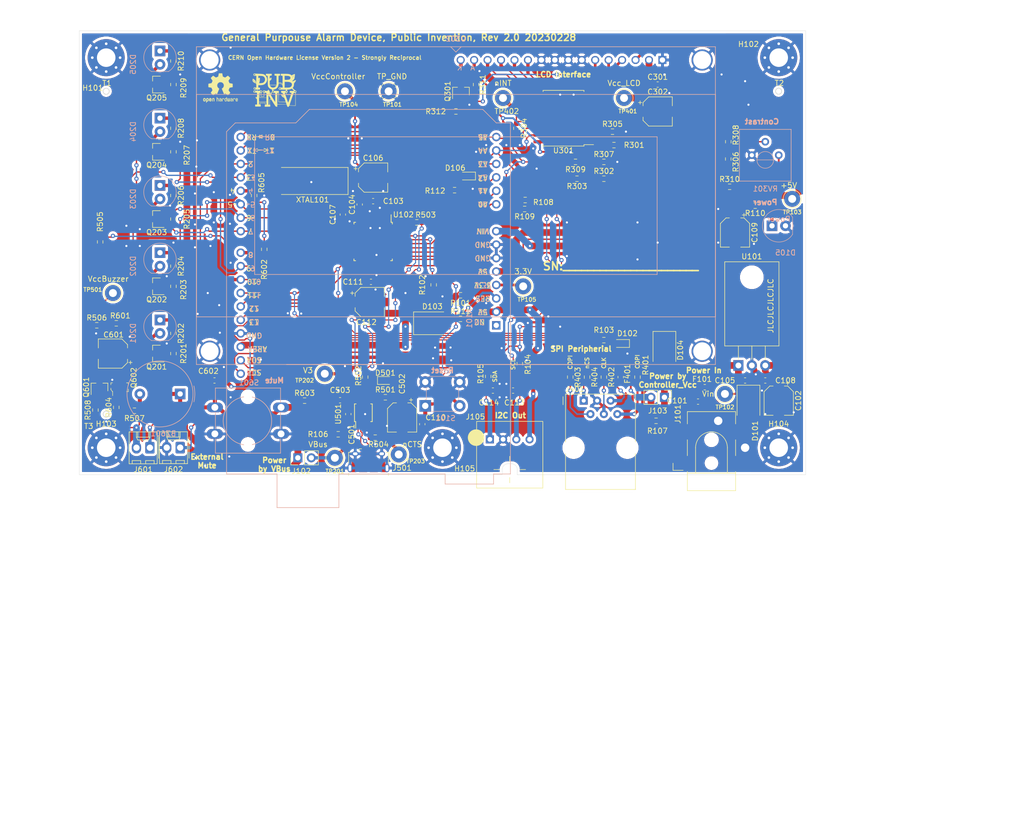
<source format=kicad_pcb>
(kicad_pcb (version 20211014) (generator pcbnew)
  (title_block (title "GeneralPurposeAlarmDevicePCB") (date "2022-07-26") (rev "0.0.1") (company "PublicInvention") (comment 1 "GNU Affero General Public License v3.0") (comment 2 "DrawnBy: (Forrest) Lee Erickson") (comment 3 "Prototype#1"))
  (layers (0 "F.Cu" signal) (31 "B.Cu" signal) (34 "B.Paste" user) (35 "F.Paste" user) (36 "B.SilkS" user "B.Silkscreen") (37 "F.SilkS" user "F.Silkscreen") (38 "B.Mask" user) (39 "F.Mask" user) (44 "Edge.Cuts" user))
  (net 0 "")
  (net 1 "GND")
  (net 2 "Net-(C101-Pad1)")
  (net 3 "Net-(C104-Pad1)")
  (net 4 "+5V")
  (net 5 "VBus")
  (net 6 "Net-(C503-Pad1)")
  (net 7 "VccController")
  (net 8 "Net-(D201-Pad2)")
  (net 9 "Net-(D201-Pad1)")
  (net 10 "Net-(D202-Pad2)")
  (net 11 "Net-(D202-Pad1)")
  (net 12 "Net-(D203-Pad2)")
  (net 13 "Net-(D203-Pad1)")
  (net 14 "Net-(D204-Pad2)")
  (net 15 "Net-(D204-Pad1)")
  (net 16 "Net-(D205-Pad2)")
  (net 17 "Net-(D205-Pad1)")
  (net 18 "Net-(D501-Pad2)")
  (net 19 "ControllerVcc")
  (net 20 "Net-(J401-Pad1)")
  (net 21 "Net-(J401-Pad2)")
  (net 22 "Net-(J401-Pad4)")
  (net 23 "Net-(J401-Pad6)")
  (net 25 "Net-(J501-Pad3)")
  (net 26 "Net-(J501-Pad2)")
  (net 27 "Net-(Q201-Pad1)")
  (net 28 "Net-(Q202-Pad1)")
  (net 29 "Net-(Q203-Pad1)")
  (net 30 "Net-(Q204-Pad1)")
  (net 31 "Net-(Q205-Pad1)")
  (net 32 "Net-(Q301-Pad3)")
  (net 33 "Net-(Q301-Pad1)")
  (net 34 "SPI_SCK")
  (net 35 "Light0")
  (net 36 "Light1")
  (net 37 "Light2")
  (net 38 "Light3")
  (net 39 "Light4")
  (net 40 "Net-(R301-Pad1)")
  (net 41 "Net-(R302-Pad1)")
  (net 42 "Net-(R303-Pad1)")
  (net 43 "Net-(R304-Pad1)")
  (net 44 "SDA")
  (net 45 "SCL")
  (net 46 "CIPO")
  (net 47 "COPI")
  (net 48 "nCS")
  (net 49 "Net-(R501-Pad1)")
  (net 50 "Net-(R502-Pad2)")
  (net 51 "ControllerRX")
  (net 52 "Net-(R503-Pad2)")
  (net 53 "ControllerTX")
  (net 54 "Net-(R504-Pad2)")
  (net 55 "Tone")
  (net 56 "Net-(U301-Pad12)")
  (net 57 "Net-(U301-Pad11)")
  (net 58 "Net-(U301-Pad10)")
  (net 59 "Net-(U301-Pad9)")
  (net 60 "Net-(U301-Pad6)")
  (net 61 "Net-(U301-Pad5)")
  (net 62 "Net-(U301-Pad4)")
  (net 64 "Net-(C107-Pad1)")
  (net 65 "/LCD And I2C Interface/Vcc_LCD")
  (net 66 "/AlarmAudio/VccBuzzer")
  (net 67 "Switch_Mute")
  (net 68 "Net-(C113-Pad1)")
  (net 69 "Net-(C114-Pad1)")
  (net 70 "Net-(A101-Pad4)")
  (net 72 "Attenuate")
  (net 73 "Net-(D101-Pad2)")
  (net 74 "Net-(D104-Pad2)")
  (net 75 "Net-(F401-Pad2)")
  (net 76 "Net-(R306-Pad1)")
  (net 77 "Net-(D102-Pad2)")
  (net 78 "PC3")
  (net 79 "PC2")
  (net 80 "PC1")
  (net 81 "PC0")
  (net 82 "Vin")
  (net 83 "nRESET")
  (net 85 "nRTS")
  (net 86 "Net-(A101-Pad3)")
  (net 87 "Net-(R311-Pad1)")
  (net 88 "Net-(D105-Pad1)")
  (net 89 "Net-(D106-Pad2)")
  (net 90 "Net-(BZ601-Pad2)")
  (net 91 "Net-(Q601-Pad1)")
  (net 92 "Net-(Q601-Pad2)")
  (net 93 "Net-(Q601-Pad3)")
  (footprint "Capacitor_SMD:CP_Elec_5x5.4" (layer "F.Cu") (at 62.23 78.74 180)
    (fp_text reference "C601")
    (fp_text value "47uF 16V")
  )
  (footprint "Package_TO_SOT_SMD:SOT-23" (layer "F.Cu") (at 127.95 29.21 90)
    (fp_text reference "Q301")
    (fp_text value "BSS138")
  )
  (footprint "digikey-footprints:SOT-23-3" (layer "F.Cu") (at 63.5 85.09 90)
    (fp_text reference "Q602")
    (fp_text value "DNI")
  )
  (footprint "Resistor_SMD:R_0603_1608Metric_Pad0.98x0.95mm_HandSolder" (layer "F.Cu") (at 73.66 78.74 90)
    (fp_text reference "R201")
    (fp_text value "4K7")
  )
  (footprint "Resistor_SMD:R_0603_1608Metric_Pad0.98x0.95mm_HandSolder" (layer "F.Cu") (at 73.66 74.93 -90)
    (fp_text reference "R202")
    (fp_text value "330R")
  )
  (footprint "Resistor_SMD:R_0603_1608Metric_Pad0.98x0.95mm_HandSolder" (layer "F.Cu") (at 73.66 66.04 90)
    (fp_text reference "R203")
    (fp_text value "4K7")
  )
  (footprint "Resistor_SMD:R_0603_1608Metric_Pad0.98x0.95mm_HandSolder" (layer "F.Cu") (at 73.66 62.23 -90)
    (fp_text reference "R204")
    (fp_text value "330R")
  )
  (footprint "Resistor_SMD:R_0603_1608Metric_Pad0.98x0.95mm_HandSolder" (layer "F.Cu") (at 73.66 48.895 -90)
    (fp_text reference "R206")
    (fp_text value "330R")
  )
  (footprint "Resistor_SMD:R_0603_1608Metric_Pad0.98x0.95mm_HandSolder" (layer "F.Cu") (at 73.66 40.64 90)
    (fp_text reference "R207")
    (fp_text value "4K7")
  )
  (footprint "Resistor_SMD:R_0603_1608Metric_Pad0.98x0.95mm_HandSolder" (layer "F.Cu") (at 73.66 36.195 -90)
    (fp_text reference "R208")
    (fp_text value "330R")
  )
  (footprint "Resistor_SMD:R_0603_1608Metric_Pad0.98x0.95mm_HandSolder" (layer "F.Cu") (at 73.66 23.495 -90)
    (fp_text reference "R210")
    (fp_text value "330R")
  )
  (footprint "Resistor_SMD:R_0603_1608Metric_Pad0.98x0.95mm_HandSolder" (layer "F.Cu") (at 149.86 45.72 180)
    (fp_text reference "R303")
    (fp_text value "4K7")
  )
  (footprint "Resistor_SMD:R_0603_1608Metric_Pad0.98x0.95mm_HandSolder" (layer "F.Cu") (at 130.81 27.94 90)
    (fp_text reference "R311")
    (fp_text value "4K7")
  )
  (footprint "Resistor_SMD:R_0603_1608Metric_Pad0.98x0.95mm_HandSolder" (layer "F.Cu") (at 62.865 73.025)
    (fp_text reference "R601")
    (fp_text value "1R")
  )
  (footprint "Resistor_SMD:R_0603_1608Metric_Pad0.98x0.95mm_HandSolder" (layer "F.Cu") (at 88.9 48.895 -90)
    (fp_text reference "R605")
    (fp_text value "330")
  )
  (footprint "Resistor_SMD:R_0603_1608Metric_Pad0.98x0.95mm_HandSolder" (layer "F.Cu") (at 178.689 47.244)
    (fp_text reference "R310")
    (fp_text value "1R0")
  )
  (footprint "Resistor_SMD:R_0603_1608Metric_Pad0.98x0.95mm_HandSolder" (layer "F.Cu") (at 149.5825 42.545 180)
    (fp_text reference "R309")
    (fp_text value "1R0")
  )
  (footprint "Resistor_SMD:R_0603_1608Metric_Pad0.98x0.95mm_HandSolder" (layer "F.Cu") (at 154.94 45.72)
    (fp_text reference "R302")
    (fp_text value "4K7")
  )
  (footprint "Resistor_SMD:R_0603_1608Metric_Pad0.98x0.95mm_HandSolder" (layer "F.Cu") (at 154.94 42.545)
    (fp_text reference "R307")
    (fp_text value "1R0")
  )
  (footprint "Resistor_SMD:R_0603_1608Metric_Pad0.98x0.95mm_HandSolder" (layer "F.Cu") (at 138.43 36.195 -90)
    (fp_text reference "R304")
    (fp_text value "1K")
  )
  (footprint "Capacitor_SMD:C_0603_1608Metric_Pad1.08x0.95mm_HandSolder" (layer "F.Cu") (at 165.1 27.94)
    (fp_text reference "C301")
    (fp_text value "100nF")
  )
  (footprint "Package_SO:SOIC-16W_7.5x10.3mm_P1.27mm" (layer "F.Cu") (at 147.32 34.29 180)
    (fp_text reference "U301")
    (fp_text value "PCF8574AT")
  )
  (footprint "Resistor_SMD:R_0603_1608Metric_Pad0.98x0.95mm_HandSolder" (layer "F.Cu") (at 156.845 39.37)
    (fp_text reference "R301")
    (fp_text value "4K7")
  )
  (footprint "Resistor_SMD:R_0603_1608Metric_Pad0.98x0.95mm_HandSolder" (layer "F.Cu") (at 156.5675 36.83)
    (fp_text reference "R305")
    (fp_text value "1R0")
  )
  (footprint "Capacitor_SMD:CP_Elec_5x5.4" (layer "F.Cu") (at 165.1 33.02)
    (fp_text reference "C302")
    (fp_text value "47uF 16V")
  )
  (footprint "Resistor_SMD:R_0603_1608Metric_Pad0.98x0.95mm_HandSolder" (layer "F.Cu") (at 111.76 94.615)
    (fp_text reference "R504")
    (fp_text value "4K7")
  )
  (footprint "Resistor_SMD:R_0603_1608Metric_Pad0.98x0.95mm_HandSolder" (layer "F.Cu") (at 109.865 83.185 -90)
    (fp_text reference "R502")
    (fp_text value "330R")
  )
  (footprint "Resistor_SMD:R_0603_1608Metric_Pad0.98x0.95mm_HandSolder" (layer "F.Cu") (at 113.675 86.995)
    (fp_text reference "R501")
    (fp_text value "330R")
  )
  (footprint "Resistor_SMD:R_0603_1608Metric_Pad0.98x0.95mm_HandSolder" (layer "F.Cu") (at 119.62 53.975)
    (fp_text reference "R503")
    (fp_text value "330R")
  )
  (footprint "Capacitor_SMD:C_0603_1608Metric_Pad1.08x0.95mm_HandSolder" (layer "F.Cu") (at 106.68 90.17 -90)
    (fp_text reference "C501")
    (fp_text value "100nF")
  )
  (footprint "Capacitor_SMD:C_0603_1608Metric_Pad1.08x0.95mm_HandSolder" (layer "F.Cu") (at 105.125 87.555 180)
    (fp_text reference "C503")
    (fp_text value "100nF")
  )
  (footprint "Package_SO:MSOP-10_3x3mm_P0.5mm" (layer "F.Cu") (at 109.525 89.915 90)
    (fp_text reference "U501")
    (fp_text value "CH340E")
  )
  (footprint "LED_SMD:LED_0603_1608Metric" (layer "F.Cu") (at 113.675 83.82)
    (fp_text reference "D501")
    (fp_text value "RED 0603")
  )
  (footprint "Capacitor_SMD:C_0603_1608Metric_Pad1.08x0.95mm_HandSolder" (layer "F.Cu") (at 105.65 52.495 -90)
    (fp_text reference "C107")
    (fp_text value "39pF")
  )
  (footprint "Capacitor_SMD:CP_Elec_5x5.4" (layer "F.Cu") (at 111.365 45.51)
    (fp_text reference "C106")
    (fp_text value "47uF 16V")
  )
  (footprint "Capacitor_SMD:C_0603_1608Metric_Pad1.08x0.95mm_HandSolder" (layer "F.Cu") (at 108.825 50.59 90)
    (fp_text reference "C104")
    (fp_text value "39pF")
  )
  (footprint "Capacitor_SMD:C_0603_1608Metric_Pad1.08x0.95mm_HandSolder" (layer "F.Cu") (at 111.365 49.955)
    (fp_text reference "C103")
    (fp_text value "100nF")
  )
  (footprint "Resistor_SMD:R_0603_1608Metric_Pad0.98x0.95mm_HandSolder" (layer "F.Cu") (at 127.875 67.735)
    (fp_text reference "R101")
    (fp_text value "1R0")
  )
  (footprint "Resistor_SMD:R_0603_1608Metric_Pad0.98x0.95mm_HandSolder" (layer "F.Cu") (at 154.94 76.2 180)
    (fp_text reference "R103")
    (fp_text value "1K")
  )
  (footprint "Resistor_SMD:R_0603_1608Metric_Pad0.98x0.95mm_HandSolder" (layer "F.Cu") (at 122.795 65.7625 -90)
    (fp_text reference "R102")
    (fp_text value "10K")
  )
  (footprint "Capacitor_SMD:C_0603_1608Metric_Pad1.08x0.95mm_HandSolder" (layer "F.Cu") (at 120.65 92.075 -90)
    (fp_text reference "C110")
    (fp_text value "100nF")
  )
  (footprint "Capacitor_SMD:C_0603_1608Metric_Pad1.08x0.95mm_HandSolder" (layer "F.Cu") (at 110.9575 65.195)
    (fp_text reference "C111")
    (fp_text value "100nF")
  )
  (footprint "Capacitor_SMD:CP_Elec_5x5.4" (layer "F.Cu") (at 110.73 69.005)
    (fp_text reference "C112")
    (fp_text value "47uF 16V")
  )
  (footprint "Crystal:Crystal_SMD_HC49-SD" (layer "F.Cu") (at 99.935 46.145 180)
    (fp_text reference "XTAL101")
    (fp_text value "16MHZ 20PF HC-49S/SMD")
  )
  (footprint "Package_QFP:TQFP-32_7x7mm_P0.8mm" (layer "F.Cu") (at 111.365 57.575 -90)
    (fp_text reference "U102")
    (fp_text value "PI_ATMEGA328P-AU-InOrder")
  )
  (footprint "LED_SMD:LED_0603_1608Metric_Pad1.05x0.95mm_HandSolder" (layer "F.Cu") (at 158.115 76.835 180)
    (fp_text reference "D102")
    (fp_text value "RED 0603")
  )
  (footprint "Resistor_SMD:R_0603_1608Metric_Pad0.98x0.95mm_HandSolder" (layer "F.Cu") (at 98.425 87.63)
    (fp_text reference "R603")
    (fp_text value "10K")
  )
  (footprint "GeneralPurposeAlarmDevicePCB:MountingHole_3.5mm_Pad_Via" (layer "F.Cu") (at 60.96 22.86)
    (fp_text reference "H101")
    (fp_text value "MountingHole_Pad_3.5mm")
  )
  (footprint "GeneralPurposeAlarmDevicePCB:MountingHole_3.5mm_Pad_Via" (layer "F.Cu") (at 187.96 22.86)
    (fp_text reference "H102")
    (fp_text value "MountingHole_Pad_3.5mm")
  )
  (footprint "GeneralPurposeAlarmDevicePCB:MountingHole_3.5mm_Pad_Via" (layer "F.Cu") (at 187.96 96.52)
    (fp_text reference "H104")
    (fp_text value "MountingHole_Pad_3.5mm")
  )
  (footprint "Package_TO_SOT_SMD:SOT-23" (layer "F.Cu") (at 70.485 78.74 180)
    (fp_text reference "Q201")
    (fp_text value "MMBT2222A-7-F")
  )
  (footprint "Package_TO_SOT_SMD:SOT-23" (layer "F.Cu") (at 70.485 66.04 180)
    (fp_text reference "Q202")
    (fp_text value "MMBT2222A-7-F")
  )
  (footprint "Package_TO_SOT_SMD:SOT-23" (layer "F.Cu") (at 70.485 53.34 180)
    (fp_text reference "Q203")
    (fp_text value "MMBT2222A-7-F")
  )
  (footprint "Package_TO_SOT_SMD:SOT-23" (layer "F.Cu") (at 70.485 40.64 180)
    (fp_text reference "Q204")
    (fp_text value "MMBT2222A-7-F")
  )
  (footprint "Package_TO_SOT_SMD:SOT-23" (layer "F.Cu") (at 70.485 27.94 180)
    (fp_text reference "Q205")
    (fp_text value "MMBT2222A-7-F")
  )
  (footprint "Resistor_SMD:R_0603_1608Metric_Pad0.98x0.95mm_HandSolder" (layer "F.Cu") (at 73.66 27.94 90)
    (fp_text reference "R209")
    (fp_text value "4K7")
  )
  (footprint "Package_TO_SOT_SMD:SOT-23" (layer "F.Cu") (at 59.69 85.09 90)
    (fp_text reference "Q601")
    (fp_text value "BSS138")
  )
  (footprint "Capacitor_SMD:C_0603_1608Metric_Pad1.08x0.95mm_HandSolder" (layer "F.Cu") (at 137.795 85.725 180)
    (fp_text reference "C113")
    (fp_text value "39pF")
  )
  (footprint "Resistor_SMD:R_0603_1608Metric_Pad0.98x0.95mm_HandSolder" (layer "F.Cu") (at 139.065 80.645 90)
    (fp_text reference "R104")
    (fp_text value "39R")
  )
  (footprint "Resistor_SMD:R_0603_1608Metric_Pad0.98x0.95mm_HandSolder" (layer "F.Cu") (at 133.096 83.058 90)
    (fp_text reference "R105")
    (fp_text value "39R")
  )
  (footprint "Capacitor_SMD:CP_Elec_5x5.4" (layer "F.Cu") (at 116.84 90.805 -90)
    (fp_text reference "C502")
    (fp_text value "47uF 16V")
  )
  (footprint "GeneralPurposeAlarmDevicePCB:USB_Micro-B_Amphenol_10118194_Horizontal" (layer "F.Cu") (at 110.49 99.06)
    (fp_text reference "J501")
    (fp_text value "USB_B_Micro_Local")
  )
  (footprint "Resistor_SMD:R_0603_1608Metric_Pad0.98x0.95mm_HandSolder" (layer "F.Cu") (at 62.865 88.9 90)
    (fp_text reference "R604")
    (fp_text value "DNI")
  )
  (footprint "Capacitor_SMD:C_0603_1608Metric_Pad1.08x0.95mm_HandSolder" (layer "F.Cu") (at 81.407 83.82 180)
    (fp_text reference "C602")
    (fp_text value "100nF")
  )
  (footprint "Diode_SMD:D_SMB" (layer "F.Cu") (at 122.555 73.025)
    (fp_text reference "D103")
    (fp_text value "Schottky 2A")
  )
  (footprint "Diode_SMD:D_SMB" (layer "F.Cu") (at 166.37 78.105 -90)
    (fp_text reference "D104")
    (fp_text value "Schottky 2A")
  )
  (footprint "Connector_Molex:Molex_KK-254_AE-6410-02A_1x02_P2.54mm_Vertical" (layer "F.Cu") (at 69.215 96.52 180)
    (fp_text reference "J601")
    (fp_text value "22-23-2021")
  )
  (footprint "Resistor_SMD:R_0603_1608Metric_Pad0.98x0.95mm_HandSolder" (layer "F.Cu") (at 164.7952 91.44)
    (fp_text reference "R107")
    (fp_text value "DNI")
  )
  (footprint "Resistor_SMD:R_0603_1608Metric_Pad0.98x0.95mm_HandSolder" (layer "F.Cu") (at 140.0775 49.74 180)
    (fp_text reference "R108")
    (fp_text value "1K")
  )
  (footprint "Resistor_SMD:R_0603_1608Metric_Pad0.98x0.95mm_HandSolder" (layer "F.Cu") (at 139.9775 51.435 180)
    (fp_text reference "R109")
    (fp_text value "1K")
  )
  (footprint "Resistor_SMD:R_0603_1608Metric_Pad0.98x0.95mm_HandSolder" (layer "F.Cu") (at 178.425 41.995 -90)
    (fp_text reference "R306")
    (fp_text value "DNI")
  )
  (footprint "Resistor_SMD:R_0603_1608Metric_Pad0.98x0.95mm_HandSolder" (layer "F.Cu") (at 178.435 38.735 -90)
    (fp_text reference "R308")
    (fp_text value "DNI")
  )
  (footprint "Resistor_SMD:R_0603_1608Metric_Pad0.98x0.95mm_HandSolder" (layer "F.Cu") (at 90.805 59.055 -90)
    (fp_text reference "R602")
    (fp_text value "1K")
  )
  (footprint "Capacitor_SMD:CP_Elec_5x5.4" (layer "F.Cu") (at 179.705 55.88 -90)
    (fp_text reference "C109")
    (fp_text value "47uF 16V")
  )
  (footprint "Capacitor_SMD:C_0603_1608Metric_Pad1.08x0.95mm_HandSolder" (layer "F.Cu") (at 185.42 83.82 180)
    (fp_text reference "C108")
    (fp_text value "100nF")
  )
  (footprint "Diode_SMD:D_SMB" (layer "F.Cu") (at 182.245 88.265 -90)
    (fp_text reference "D101")
    (fp_text value "Schottky 2A")
  )
  (footprint "Capacitor_SMD:CP_Elec_5x5.4" (layer "F.Cu") (at 187.96 87.63 -90)
    (fp_text reference "C102")
    (fp_text value "47uF 16V")
  )
  (footprint "Capacitor_SMD:C_0603_1608Metric_Pad1.08x0.95mm_HandSolder" (layer "F.Cu") (at 172.72 87.8078)
    (fp_text reference "C101")
    (fp_text value "39pF")
  )
  (footprint "Connector_PinHeader_2.54mm:PinHeader_1x02_P2.54mm_Vertical" (layer "F.Cu") (at 97.15 98.425 90)
    (fp_text reference "J102")
    (fp_text value "0.100_2Pin")
  )
  (footprint "GeneralPurposeAlarmDevicePCB:MountingHole_3.5mm_Pad_Via" (layer "F.Cu") (at 60.96 96.52)
    (fp_text reference "H103")
    (fp_text value "MountingHole_Pad_3.5mm")
  )
  (footprint "GeneralPurposeAlarmDevicePCB:BarrelJack_CLIFF_FC681465S_SMT_Horizontal" (layer "F.Cu") (at 175.26 96.52 90)
    (fp_text reference "J101")
    (fp_text value "Barrel_Jack_Switch_SMT")
  )
  (footprint "Capacitor_SMD:C_0603_1608Metric_Pad1.08x0.95mm_HandSolder" (layer "F.Cu") (at 181.61 83.82)
    (fp_text reference "C105")
    (fp_text value "100nF")
  )
  (footprint "Resistor_SMD:R_0603_1608Metric_Pad0.98x0.95mm_HandSolder" (layer "F.Cu") (at 104.77 93.98 180)
    (fp_text reference "R106")
    (fp_text value "DNI")
  )
  (footprint "Fuse:Fuse_0603_1608Metric" (layer "F.Cu") (at 173.99 85.09 180)
    (fp_text reference "F101")
    (fp_text value "Polyfuse_Small")
  )
  (footprint "Capacitor_SMD:C_0603_1608Metric_Pad1.08x0.95mm_HandSolder" (layer "F.Cu") (at 133.985 85.725)
    (fp_text reference "C114")
    (fp_text value "39pF")
  )
  (footprint "GeneralPurposeAlarmDevicePCB:RJ12_Amphenol_54601" (layer "F.Cu") (at 151.13 87.63)
    (fp_text reference "J401")
    (fp_text value "RJ12_6P6C_HORZ")
  )
  (footprint "Resistor_SMD:R_0603_1608Metric_Pad0.98x0.95mm_HandSolder" (layer "F.Cu") (at 154.94 83.185 -90)
    (fp_text reference "R402")
    (fp_text value "330")
  )
  (footprint "Resistor_SMD:R_0603_1608Metric_Pad0.98x0.95mm_HandSolder" (layer "F.Cu") (at 151.765 83.185 -90)
    (fp_text reference "R404")
    (fp_text value "330")
  )
  (footprint "Resistor_SMD:R_0603_1608Metric_Pad0.98x0.95mm_HandSolder" (layer "F.Cu") (at 161.29 83.185 -90)
    (fp_text reference "R401")
    (fp_text value "330")
  )
  (footprint "Resistor_SMD:R_0603_1608Metric_Pad0.98x0.95mm_HandSolder" (layer "F.Cu") (at 148.59 83.185 -90)
    (fp_text reference "R403")
    (fp_text value "330")
  )
  (footprint "Fuse:Fuse_0603_1608Metric" (layer "F.Cu") (at 158.115 83.185 90)
    (fp_text reference "F401")
    (fp_text value "Polyfuse_Small")
  )
  (footprint "Resistor_SMD:R_0603_1608Metric_Pad0.98x0.95mm_HandSolder" (layer "F.Cu") (at 73.66 53.34 90)
    (fp_text reference "R205")
    (fp_text value "4K7")
  )
  (footprint "Resistor_SMD:R_0603_1608Metric_Pad0.98x0.95mm_HandSolder" (layer "F.Cu") (at 183.515 50.8 180)
    (fp_text reference "R110")
    (fp_text value "330R")
  )
  (footprint "Symbol:OSHW-Logo2_7.3x6mm_SilkScreen" (layer "F.Cu") (at 82.55 28.575)
    (fp_text reference "G***" hide)
    (fp_text value "OSHW-Logo2_7.3x6mm_SilkScreen" hide)
  )
  (footprint "Resistor_SMD:R_0603_1608Metric_Pad0.98x0.95mm_HandSolder" (layer "F.Cu") (at 58.928 89.408 90)
    (fp_text reference "R508")
    (fp_text value "1R")
  )
  (footprint "TestPoint:TestPoint_Loop_D2.54mm_Drill1.5mm_Beaded" (layer "F.Cu") (at 177.8 86.36)
    (fp_text reference "TP102")
    (fp_text value "Vin")
  )
  (footprint "TestPoint:TestPoint_Loop_D2.54mm_Drill1.5mm_Beaded" (layer "F.Cu") (at 114.3 29.21)
    (fp_text reference "TP101")
    (fp_text value "TP_GND")
  )
  (footprint "Resistor_SMD:R_0603_1608Metric_Pad0.98x0.95mm_HandSolder" (layer "F.Cu") (at 66.294 89.535 180)
    (fp_text reference "R507")
    (fp_text value "1R")
  )
  (footprint "TestPoint:TestPoint_Loop_D2.54mm_Drill1.5mm_Beaded" (layer "F.Cu") (at 106.045 29.21)
    (fp_text reference "TP104")
    (fp_text value "VccController")
  )
  (footprint "TestPoint:TestPoint_Loop_D2.54mm_Drill1.5mm_Beaded" (layer "F.Cu") (at 135.89 30.48)
    (fp_text reference "TP402")
    (fp_text value "nINT")
  )
  (footprint "PubInv_PCB:JLC_ToolingHole_0576mm" (layer "F.Cu") (at 187.941687 29.19542)
    (fp_text reference "T2")
    (fp_text value "JLC_ToolingHole_0576mm")
    (fp_circle (center 0 0) (end 0.576 0) (layer "Edge.Cuts") (width 0.12) (fill none))
  )
  (footprint "Resistor_SMD:R_0603_1608Metric_Pad0.98x0.95mm_HandSolder" (layer "F.Cu") (at 126.746 47.879 180)
    (fp_text reference "R112")
    (fp_text value "330R")
  )
  (footprint "PubInv_PCB:JLC_ToolingHole_0576mm" (layer "F.Cu") (at 60.96 90.17)
    (fp_text reference "T3")
    (fp_text value "JLC_ToolingHole_0576mm")
    (fp_circle (center 0 0) (end 0.576 0) (layer "Edge.Cuts") (width 0.12) (fill none))
  )
  (footprint "Package_TO_SOT_THT:TO-220-3_Horizontal_TabDown" (layer "F.Cu") (at 180.34 80.985)
    (fp_text reference "U101")
    (fp_text value "LM7805_TO220")
  )
  (footprint "Resistor_SMD:R_0603_1608Metric_Pad0.98x0.95mm_HandSolder" (layer "F.Cu") (at 59.182 73.406)
    (fp_text reference "R506")
    (fp_text value "DNI")
  )
  (footprint "Connector_Molex:Molex_KK-254_AE-6410-02A_1x02_P2.54mm_Vertical" (layer "F.Cu") (at 74.93 96.5 180)
    (fp_text reference "J602")
    (fp_text value "22-23-2021")
  )
  (footprint "GeneralPurposeAlarmDevicePCB:MountingHole_3.5mm_Pad_Via" (layer "F.Cu") (at 124.46 96.52)
    (fp_text reference "H105")
    (fp_text value "MountingHole_Pad_3.5mm")
  )
  (footprint "TestPoint:TestPoint_Loop_D2.54mm_Drill1.5mm_Beaded" (layer "F.Cu") (at 62.23 67.31)
    (fp_text reference "TP501")
    (fp_text value "VccBuzzer")
  )
  (footprint "Connector_PinHeader_2.54mm:PinHeader_1x02_P2.54mm_Vertical" (layer "F.Cu") (at 166.375 86.995 -90)
    (fp_text reference "J103")
    (fp_text value "0.100_2Pin")
  )
  (footprint "PubInv_PCB:JLC_ToolingHole_0576mm" (layer "F.Cu") (at 60.96 29.21)
    (fp_text reference "T1")
    (fp_text value "JLC_ToolingHole_0576mm")
    (fp_circle (center 0 0) (end 0.576 0) (layer "Edge.Cuts") (width 0.12) (fill none))
  )
  (footprint "TestPoint:TestPoint_Loop_D2.54mm_Drill1.5mm_Beaded" (layer "F.Cu") (at 102.235 82.55)
    (fp_text reference "TP202")
    (fp_text value "V3")
  )
  (footprint "TestPoint:TestPoint_Loop_D2.54mm_Drill1.5mm_Beaded" (layer "F.Cu") (at 139.7 66.04)
    (fp_text reference "TP105")
    (fp_text value "3.3V")
  )
  (footprint "GeneralPurposeAlarmDevicePCB:S04B-XASK-1(LF)(SN)Rev2" (layer "F.Cu") (at 137.16 104.14 180)
    (fp_text reference "J105")
    (fp_text value "S04B-XASK-1(LF)(SN)Rev2")
  )
  (footprint "TestPoint:TestPoint_Loop_D2.54mm_Drill1.5mm_Beaded" (layer "F.Cu") (at 104.14 98.425)
    (fp_text reference "TP201")
    (fp_text value "VBus")
  )
  (footprint "TestPoint:TestPoint_Loop_D2.54mm_Drill1.5mm_Beaded" (layer "F.Cu") (at 116.205 97.79)
    (fp_text reference "TP203")
    (fp_text value "nCTS")
  )
  (footprint "TestPoint:TestPoint_Loop_D2.54mm_Drill1.5mm_Beaded" (layer "F.Cu") (at 190.5 49.53)
    (fp_text reference "TP103")
    (fp_text value "+5V")
  )
  (footprint "Resistor_SMD:R_0603_1608Metric_Pad0.98x0.95mm_HandSolder" (layer "F.Cu") (at 127 33.02)
    (fp_text reference "R312")
    (fp_text value "4K7")
  )
  (footprint "Resistor_SMD:R_0603_1608Metric_Pad0.98x0.95mm_HandSolder" (layer "F.Cu") (at 127.875 72.18)
    (fp_text reference "R111")
    (fp_text value "330R")
  )
  (footprint "Resistor_SMD:R_0603_1608Metric_Pad0.98x0.95mm_HandSolder" (layer "F.Cu") (at 59.817 57.658 90)
    (fp_text reference "R505")
    (fp_text value "10K")
  )
  (footprint "TestPoint:TestPoint_Loop_D2.54mm_Drill1.5mm_Beaded" (layer "F.Cu") (at 158.75 30.48)
    (fp_text reference "TP401")
    (fp_text value "Vcc_LCD")
  )
  (footprint "LED_SMD:LED_0603_1608Metric_Pad1.05x0.95mm_HandSolder" (layer "F.Cu") (at 129.032 45.212 180)
    (fp_text reference "D106")
    (fp_text value "RED 0603")
  )
  (footprint "GeneralPurposeAlarmDevicePCB:Logo_PI_BandW_70percent_10x10" (layer "F.Cu") (at 92.71 29.21)
    (fp_text reference "G***" hide)
    (fp_text value "LOGO" hide)
  )
  (footprint "GeneralPurposeAlarmDevicePCB:Switch_Tactile_THT_6x6mm" (layer "B.Cu") (at 121.209994 88.610008)
    (fp_text reference "S101")
    (fp_text value "SWITCH_TACTILE_SPST-NO_0.05A_24V")
  )
  (footprint "GeneralPurposeAlarmDevicePCB:LED_5mm_Radial" (layer "B.Cu") (at 71.12 62.23 -90)
    (fp_text reference "D202")
    (fp_text value "LED_T1.75_CLEAR_WHITE")
  )
  (footprint "GeneralPurposeAlarmDevicePCB:LED_5mm_Radial" (layer "B.Cu") (at 71.12 49.53 -90)
    (fp_text reference "D203")
    (fp_text value "LED_T1.75_CLEAR_WHITE")
  )
  (footprint "GeneralPurposeAlarmDevicePCB:LED_5mm_Radial" (layer "B.Cu") (at 71.12 74.93 -90)
    (fp_text reference "D201")
    (fp_text value "LED_T1.75_CLEAR_WHITE")
  )
  (footprint "GeneralPurposeAlarmDevicePCB:LED_5mm_Radial" (layer "B.Cu") (at 71.12 36.83 -90)
    (fp_text reference "D204")
    (fp_text value "LED_T1.75_CLEAR_WHITE")
  )
  (footprint "GeneralPurposeAlarmDevicePCB:LED_5mm_Radial" (layer "B.Cu") (at 71.12 24.13 -90)
    (fp_text reference "D205")
    (fp_text value "LED_T1.75_CLEAR_WHITE")
  )
  (footprint "GeneralPurposeAlarmDevicePCB:Arduino_UNO_R3_NoMountingHoles3D" (layer "B.Cu") (at 134.62 73.406 90)
    (fp_text reference "A101")
    (fp_text value "Arduino_UNO_R3_Shield")
  )
  (footprint "GeneralPurposeAlarmDevicePCB:LED_5mm_Radial" (layer "B.Cu") (at 189.23 54.61)
    (fp_text reference "D105")
    (fp_text value "LED_T1.75_CLEAR_RED")
  )
  (footprint "GeneralPurposeAlarmDevicePCB:Potentiometer_Bourns_3386P_Vertical" (layer "B.Cu") (at 182.88 41.275 90)
    (fp_text reference "RV301")
    (fp_text value "POT 0.375 10K")
  )
  (footprint "GeneralPurposeAlarmDevicePCB:Buzzer_12.2mm_9.7mm_7.62mm" (layer "B.Cu") (at 74.93 86.36 180)
    (fp_text reference "BZ601")
    (fp_text value "Buzzer_Adafruit_P1536A")
  )
  (footprint "GeneralPurposeAlarmDevicePCB:SW_PUSH-12mm_WithCap_Green" (layer "B.Cu") (at 93.98 88.9 180)
    (fp_text reference "S601")
    (fp_text value "SWITCH_TACTILE_12mmx12mm_SPST-NO_0.05A_24V")
  )
  (footprint "GeneralPurposeAlarmDevicePCB:LCD_2004A" (layer "B.Cu") (at 127 50.8 180)
    (fp_text reference "U302")
    (fp_text value "LCD_20x4_Character-GPAD_SCH_LIB")
  )
  (gr_line (start 193.04 17.78) (end 55.88 17.78) (layer "Edge.Cuts") (width 0.05))
  (gr_line (start 55.88 17.78) (end 55.88 101.6) (layer "Edge.Cuts") (width 0.05))
  (gr_line (start 138.557 101.6) (end 193.04 101.6) (layer "Edge.Cuts") (width 0.05))
  (gr_line (start 135.763 101.6) (end 55.88 101.6) (layer "Edge.Cuts") (width 0.05))
  (gr_arc (start 137.541 99.568) (mid 138.25942 99.86558) (end 138.557 100.584) (layer "Edge.Cuts") (width 0.05))
  (gr_arc (start 135.763 100.584) (mid 136.06058 99.86558) (end 136.779 99.568) (layer "Edge.Cuts") (width 0.05))
  (gr_line (start 193.04 101.6) (end 193.04 17.78) (layer "Edge.Cuts") (width 0.05))
  (gr_line (start 137.541 99.568) (end 136.779 99.568) (layer "Edge.Cuts") (width 0.05))
  (gr_line (start 135.763 101.6) (end 135.763 100.584) (layer "Edge.Cuts") (width 0.05))
  (gr_line (start 138.557 101.6) (end 138.557 100.584) (layer "Edge.Cuts") (width 0.05))
  (gr_text "Contrast" (at 184.785 34.925) (layer "B.SilkS") (effects (font (size 1.016 1.016) (thickness 0.254)) (justify mirror)))
  (gr_text "Power" (at 185.42 50.165) (layer "B.SilkS") (effects (font (size 1.016 1.016) (thickness 0.254)) (justify mirror)))
  (gr_text "Mute" (at 92.71 83.82) (layer "B.SilkS") (effects (font (size 1.016 1.016) (thickness 0.254)) (justify mirror)))
  (gr_text "Power" (at 187.96 53.34) (layer "B.SilkS") (effects (font (size 1 1)) (justify mirror)))
  (gr_text "Reset" (at 124.46 81.915) (layer "B.SilkS") (effects (font (size 1.016 1.016) (thickness 0.254)) (justify mirror)))
  (gr_text "CLK" (at 154.94 80.518 90) (layer "F.SilkS") (effects (font (size 0.762 0.762) (thickness 0.1524))))
  (gr_text "Power In" (at 173.827211 81.915) (layer "F.SilkS") (effects (font (size 1.016 1.016) (thickness 0.254))))
  (gr_text "External\nMute" (at 80.01 99.06) (layer "F.SilkS") (effects (font (size 1.016 1.016) (thickness 0.254))))
  (gr_text "SPI Peripherial" (at 150.622 77.851) (layer "F.SilkS") (effects (font (size 1.016 1.016) (thickness 0.254))))
  (gr_text "SN:______________________" (at 158.115 62.23) (layer "F.SilkS") (effects (font (size 1.524 1.524) (thickness 0.3048))))
  (gr_text "Power\nby VBus" (at 92.71 99.695) (layer "F.SilkS") (effects (font (size 1.016 1.016) (thickness 0.254))))
  (gr_text "COPI" (at 148.59 80.391 90) (layer "F.SilkS") (effects (font (size 0.762 0.762) (thickness 0.1524))))
  (gr_text "COPI" (at 161.29 80.264 90) (layer "F.SilkS") (effects (font (size 0.762 0.762) (thickness 0.1524))))
  (gr_text "nCS" (at 151.765 80.518 90) (layer "F.SilkS") (effects (font (size 0.762 0.762) (thickness 0.1524))))
  (gr_text "General Purpouse Alarm Device, Public Invention, Rev 2.0 20230228" (at 116.205 19.05) (layer "F.SilkS") (effects (font (size 1.27 1.27) (thickness 0.254))))
  (gr_text "CERN Open Hardware License Version 2 - Strongly Reciprocal" (at 102.235 22.86) (layer "F.SilkS") (effects (font (size 0.762 0.762) (thickness 0.1524))))
  (gr_text "I2C Out" (at 137.287 90.424) (layer "F.SilkS") (effects (font (size 1.016 1.016) (thickness 0.254))))
  (gr_text "LCD Interface" (at 147.32 26.035) (layer "F.SilkS") (effects (font (size 1.016 1.016) (thickness 0.254))))
  (gr_text "JLCJLCJLCJLC" (at 186.436 69.723 90) (layer "F.SilkS") (effects (font (size 1 1))))
  (gr_text "SDA" (at 134.366 83.058 90) (layer "F.SilkS") (effects (font (size 0.762 0.762) (thickness 0.1524))))
  (gr_text "SCL" (at 137.795 80.772 90) (layer "F.SilkS") (effects (font (size 0.762 0.762) (thickness 0.1524))))
  (gr_text "Power by\nController_Vcc" (at 167.005 83.82) (layer "F.SilkS") (effects (font (size 1.016 1.016) (thickness 0.254))))
  (segment (start 110.1725 93.6625) (end 110.8475 94.3375) (width 0.2) (layer "F.Cu") (net 1))
  (segment (start 113.03 90.17) (end 109.855 90.17) (width 0.254) (layer "F.Cu") (net 1))
  (segment (start 111.764999 61.825004) (end 111.764999 63.689999) (width 0.381) (layer "F.Cu") (net 1))
  (segment (start 187.96 89.83) (end 185.76 89.83) (width 0.25) (layer "F.Cu") (net 1))
  (segment (start 109.525 90.5) (end 109.855 90.17) (width 0.2) (layer "F.Cu") (net 1))
  (segment (start 136.9325 84.8625) (end 136.525 84.455) (width 0.2) (layer "F.Cu") (net 1))
  (segment (start 110.8475 94.615) (end 110.8475 94.9725) (width 0.2) (layer "F.Cu") (net 1))
  (segment (start 109.525 93.065) (end 109.805 93.345) (width 0.2) (layer "F.Cu") (net 1))
  (segment (start 113.665 90.805) (end 113.03 90.17) (width 0.254) (layer "F.Cu") (net 1))
  (segment (start 179.705 58.08) (end 183.22 58.08) (width 0.25) (layer "F.Cu") (net 1))
  (segment (start 107.95 90.17) (end 109.855 90.17) (width 0.254) (layer "F.Cu") (net 1))
  (segment (start 109.805 93.345) (end 109.855 93.345) (width 0.2) (layer "F.Cu") (net 1))
  (segment (start 180.76 99.52) (end 180.76 97.37) (width 0.25) (layer "F.Cu") (net 1))
  (segment (start 183.22 58.08) (end 183.277076 58.022924) (width 0.25) (layer "F.Cu") (net 1))
  (segment (start 166.37 27.94) (end 165.9625 27.94) (width 0.25) (layer "F.Cu") (net 1))
  (segment (start 71.485 77.79) (end 71.485 77.74) (width 0.25) (layer "F.Cu") (net 1))
  (segment (start 176.53 90.7553) (end 173.5825 87.8078) (width 0.635) (layer "F.Cu") (net 1))
  (segment (start 112 60.115) (end 111.765 60.504796) (width 0.25) (layer "F.Cu") (net 1))
  (segment (start 180.76 93.52) (end 180.76 95.67) (width 0.25) (layer "F.Cu") (net 1))
  (segment (start 180.691688 93.520006) (end 176.53 91.44) (width 0.635) (layer "F.Cu") (net 1))
  (segment (start 71.755 26.035) (end 74.93 26.035) (width 0.25) (layer "F.Cu") (net 1))
  (segment (start 112.565 50.2925) (end 112.565 53.325) (width 0.25) (layer "F.Cu") (net 1))
  (segment (start 71.485 65.04) (end 72.39 64.135) (width 0.25) (layer "F.Cu") (net 1))
  (segment (start 183.628741 82.663741) (end 182.88 80.985004) (width 1.27) (layer "F.Cu") (net 1))
  (segment (start 112.565 53.325) (end 112.635 55.035) (width 0.25) (layer "F.Cu") (net 1))
  (segment (start 111.82 63.745) (end 112 63.925) (width 0.25) (layer "F.Cu") (net 1))
  (segment (start 176.825 58.08) (end 176.53 57.785) (width 0.25) (layer "F.Cu") (net 1))
  (segment (start 112.2275 49.955) (end 112.565 50.2925) (width 0.25) (layer "F.Cu") (net 1))
  (segment (start 113.565 47.755) (end 113.27 48.05) (width 0.25) (layer "F.Cu") (net 1))
  (segment (start 134.8475 84.8625) (end 135.255 84.455) (width 0.2) (layer "F.Cu") (net 1))
  (segment (start 112.565 53.325) (end 112.565 51.295) (width 0.25) (layer "F.Cu") (net 1))
  (segment (start 109.22 38.1) (end 106.68 38.1) (width 0.25) (layer "F.Cu") (net 1))
  (segment (start 109.525 92.115) (end 109.525 93.065) (width 0.2) (layer "F.Cu") (net 1))
  (segment (start 113.665 92.075) (end 113.665 90.805) (width 0.254) (layer "F.Cu") (net 1))
  (segment (start 111.82 66.645) (end 111.82 67.895) (width 0.25) (layer "F.Cu") (net 1))
  (segment (start 108.825 49.32) (end 107.555 48.05) (width 0.25) (layer "F.Cu") (net 1))
  (segment (start 180.76 93.52) (end 180.6917 93.52) (width 0.25) (layer "F.Cu") (net 1))
  (segment (start 148.67 42.545) (end 148.67 40.72) (width 0.25) (layer "F.Cu") (net 1))
  (segment (start 185.76 89.83) (end 185.42 90.17) (width 0.25) (layer "F.Cu") (net 1))
  (segment (start 112.565 51.295) (end 112.635 51.225) (width 0.25) (layer "F.Cu") (net 1))
  (segment (start 71.485 26.305) (end 71.755 26.035) (width 0.25) (layer "F.Cu") (net 1))
  (segment (start 134.8475 85.725) (end 134.8475 86.5875) (width 0.2) (layer "F.Cu") (net 1))
  (segment (start 110.8475 94.3375) (end 110.8475 94.615) (width 0.2) (layer "F.Cu") (net 1))
  (segment (start 165.9625 27.94) (end 166.37 27.5325) (width 0.25) (layer "F.Cu") (net 1))
  (segment (start 72.39 50.8) (end 73.025 50.8) (width 0.25) (layer "F.Cu") (net 1))
  (segment (start 107.0875 91.0325) (end 107.95 90.17) (width 0.254) (layer "F.Cu") (net 1))
  (segment (start 71.485 51.705) (end 72.39 50.8) (width 0.25) (layer "F.Cu") (net 1))
  (segment (start 187.96 89.83) (end 190.795 89.83) (width 0.25) (layer "F.Cu") (net 1))
  (segment (start 71.755 38.735) (end 74.93 38.735) (width 0.25) (layer "F.Cu") (net 1))
  (segment (start 167.3 29.55) (end 167.3 28.87) (width 0.25) (layer "F.Cu") (net 1))
  (segment (start 105.65 53.3575) (end 106.5125 53.3575) (width 0.25) (layer "F.Cu") (net 1))
  (segment (start 184.5575 83.82) (end 183.62875 82.66375) (width 0.25) (layer "F.Cu") (net 1))
  (segment (start 113.565 45.51) (end 113.565 47.755) (width 0.25) (layer "F.Cu") (net 1))
  (segment (start 111.765 60.504796) (end 111.765 61.825) (width 0.25) (layer "F.Cu") (net 1))
  (segment (start 110.965 53.325) (end 110.965 54.9395) (width 0.25) (layer "F.Cu") (net 1))
  (segment (start 106.5125 53.3575) (end 106.92 53.765) (width 0.25) (layer "F.Cu") (net 1))
  (segment (start 112.2275 49.0925) (end 113.27 48.05) (width 0.25) (layer "F.Cu") (net 1))
  (segment (start 110.8475 94.9725) (end 111.76 95.885) (width 0.2) (layer "F.Cu") (net 1))
  (segment (start 184.5575 83.82) (end 184.5575 85.4975) (width 0.25) (layer "F.Cu") (net 1))
  (segment (start 136.9325 85.725) (end 136.9325 86.5875) (width 0.2) (layer "F.Cu") (net 1))
  (segment (start 184.5575 85.4975) (end 184.785 85.725) (width 0.25) (layer "F.Cu") (net 1))
  (segment (start 136.9325 86.5875) (end 136.525 86.995) (width 0.2) (layer "F.Cu") (net 1))
  (segment (start 108.825 49.7275) (end 108.825 49.32) (width 0.25) (layer "F.Cu") (net 1))
  (segment (start 106.68 91.0325) (end 107.0875 91.0325) (width 0.254) (layer "F.Cu") (net 1))
  (segment (start 167.299996 33.02) (end 167.299996 29.550004) (width 1.27) (layer "F.Cu") (net 1))
  (segment (start 149.6 29.845) (end 146.685 29.845) (width 0.25) (layer "F.Cu") (net 1))
  (segment (start 111.82 63.745) (end 111.765 63.69) (width 0.25) (layer "F.Cu") (net 1))
  (segment (start 182.4725 83.82) (end 183.62875 82.66375) (width 0.25) (layer "F.Cu") (net 1))
  (segment (start 157.48 36.83) (end 159.1075 36.83) (width 0.25) (layer "F.Cu") (net 1))
  (segment (start 111.82 65.195) (end 111.82 66.645) (width 0.25) (layer "F.Cu") (net 1))
  (segment (start 71.485 52.39) (end 71.485 51.705) (width 0.25) (layer "F.Cu") (net 1))
  (segment (start 136.9325 85.725) (end 136.9325 84.8625) (width 0.2) (layer "F.Cu") (net 1))
  (segment (start 71.485 39.69) (end 71.485 39.005) (width 0.25) (layer "F.Cu") (net 1))
  (segment (start 176.53 91.44) (end 176.53 90.7553) (width 0.635) (layer "F.Cu") (net 1))
  (segment (start 110.965 53.325) (end 110.965 52.095) (width 0.25) (layer "F.Cu") (net 1))
  (segment (start 166.37 27.5325) (end 166.37 26.035) (width 0.25) (layer "F.Cu") (net 1))
  (segment (start 111.81999 65.195) (end 111.81999 63.74499) (width 0.381) (layer "F.Cu") (net 1))
  (segment (start 134.8475 85.725) (end 134.8475 84.8625) (width 0.2) (layer "F.Cu") (net 1))
  (segment (start 134.8475 86.5875) (end 135.255 86.995) (width 0.2) (layer "F.Cu") (net 1))
  (segment (start 113.9825 92.3925) (end 113.665 92.075) (width 0.254) (layer "F.Cu") (net 1))
  (segment (start 110.965 54.9395) (end 110.8695 55.035) (width 0.25) (layer "F.Cu") (net 1))
  (segment (start 114.595 93.005) (end 113.9825 92.3925) (width 0.254) (layer "F.Cu") (net 1))
  (segment (start 179.705 58.08) (end 176.825 58.08) (width 0.25) (layer "F.Cu") (net 1))
  (segment (start 180.76 97.37) (end 181.61 96.52) (width 0.25) (layer "F.Cu") (net 1))
  (segment (start 111.82 67.895) (end 112.93 69.005) (width 0.25) (layer "F.Cu") (net 1))
  (segment (start 71.485 77.74) (end 72.39 76.835) (width 0.25) (layer "F.Cu") (net 1))
  (segment (start 155.8525 42.545) (end 157.48 42.545) (width 0.25) (layer "F.Cu") (net 1))
  (segment (start 128.9 31.11) (end 129.54 31.75) (width 0.25) (layer "F.Cu") (net 1))
  (segment (start 116.84 93.005) (end 114.595 93.005) (width 0.254) (layer "F.Cu") (net 1))
  (segment (start 110.965 52.095) (end 110.73 51.86) (width 0.25) (layer "F.Cu") (net 1))
  (segment (start 71.485 26.99) (end 71.485 26.305) (width 0.25) (layer "F.Cu") (net 1))
  (segment (start 149.6 29.845) (end 152.4895 29.845) (width 0.25) (layer "F.Cu") (net 1))
  (segment (start 109.855 93.345) (end 110.1725 93.6625) (width 0.2) (layer "F.Cu") (net 1))
  (segment (start 112.2275 49.955) (end 112.2275 49.0925) (width 0.25) (layer "F.Cu") (net 1))
  (segment (start 71.485 39.005) (end 71.755 38.735) (width 0.25) (layer "F.Cu") (net 1))
  (segment (start 109.525 92.115) (end 109.525 90.5) (width 0.2) (layer "F.Cu") (net 1))
  (segment (start 71.485 65.09) (end 71.485 65.04) (width 0.25) (layer "F.Cu") (net 1))
  (segment (start 128.9 30.21) (end 128.9 31.11) (width 0.25) (layer "F.Cu") (net 1))
  (segment (start 167.3 28.87) (end 166.37 27.94) (width 0.25) (layer "F.Cu") (net 1))
  (segment (start 180.76 95.67) (end 181.61 96.52) (width 0.25) (layer "F.Cu") (net 1))
  (via (at 110.8695 55.035) (size 0.8) (drill 0.4) (layers "F.Cu" "B.Cu") (net 1))
  (via (at 182.245 31.75) (size 0.8) (drill 0.4) (layers "F.Cu" "B.Cu") (net 1))
  (via (at 74.93 38.735) (size 0.8) (drill 0.4) (layers "F.Cu" "B.Cu") (net 1))
  (via (at 95.25 71.12) (size 0.8) (drill 0.4) (layers "F.Cu" "B.Cu") (net 1))
  (via (at 129.54 31.75) (size 0.8) (drill 0.4) (layers "F.Cu" "B.Cu") (net 1))
  (via (at 149.225 29.845) (size 0.8) (drill 0.4) (layers "F.Cu" "B.Cu") (net 1))
  (via (at 145.415 77.47) (size 0.8) (drill 0.4) (layers "F.Cu" "B.Cu") (net 1))
  (via (at 185.42 90.17) (size 0.8) (drill 0.4) (layers "F.Cu" "B.Cu") (net 1))
  (via (at 181.61 27.305) (size 0.8) (drill 0.4) (layers "F.Cu" "B.Cu") (net 1))
  (via (at 135.255 86.995) (size 0.8) (drill 0.4) (layers "F.Cu" "B.Cu") (net 1))
  (via (at 106.68 92.71) (size 0.8) (drill 0.4) (layers "F.Cu" "B.Cu") (net 1))
  (via (at 112 63.925) (size 0.8) (drill 0.4) (layers "F.Cu" "B.Cu") (net 1))
  (via (at 84.455 86.995) (size 0.8) (drill 0.4) (layers "F.Cu" "B.Cu") (net 1))
  (via (at 78.232 71.247) (size 0.8) (drill 0.4) (layers "F.Cu" "B.Cu") (net 1))
  (via (at 84.328 54.229) (size 0.8) (drill 0.4) (layers "F.Cu" "B.Cu") (net 1))
  (via (at 161.29 60.96) (size 0.8) (drill 0.4) (layers "F.Cu" "B.Cu") (net 1))
  (via (at 67.31 58.42) (size 0.8) (drill 0.4) (layers "F.Cu" "B.Cu") (net 1))
  (via (at 147.955 60.325) (size 0.8) (drill 0.4) (layers "F.Cu" "B.Cu") (net 1))
  (via (at 183.277076 58.022924) (size 0.8) (drill 0.4) (layers "F.Cu" "B.Cu") (net 1))
  (via (at 135.255 84.455) (size 0.8) (drill 0.4) (layers "F.Cu" "B.Cu") (net 1))
  (via (at 81.28 48.26) (size 0.8) (drill 0.4) (layers "F.Cu" "B.Cu") (net 1))
  (via (at 65.405 75.565) (size 0.8) (drill 0.4) (layers "F.Cu" "B.Cu") (net 1))
  (via (at 135.636 77.724) (size 0.8) (drill 0.4) (layers "F.Cu" "B.Cu") (net 1))
  (via (at 109.22 38.1) (size 0.8) (drill 0.4) (layers "F.Cu" "B.Cu") (net 1))
  (via (at 79.629 99.949) (size 0.8) (drill 0.4) (layers "F.Cu" "B.Cu") (net 1))
  (via (at 64.77 58.42) (size 0.8) (drill 0.4) (layers "F.Cu" "B.Cu") (net 1))
  (via (at 106.68 38.1) (size 0.8) (drill 0.4) (layers "F.Cu" "B.Cu") (net 1))
  (via (at 132.715 69.215) (size 0.8) (drill 0.4) (layers "F.Cu" "B.Cu") (net 1))
  (via (at 140.335 80.01) (size 0.8) (drill 0.4) (layers "F.Cu" "B.Cu") (net 1))
  (via (at 123.063 77.597) (size 0.8) (drill 0.4) (layers "F.Cu" "B.Cu") (net 1))
  (via (at 113.22631 80.578711) (size 0.8) (drill 0.4) (layers "F.Cu" "B.Cu") (net 1))
  (via (at 110.1725 93.6625) (size 0.8) (drill 0.4) (layers "F.Cu" "B.Cu") (net 1))
  (via (at 74.93 26.035) (size 0.8) (drill 0.4) (layers "F.Cu" "B.Cu") (net 1))
  (via (at 177.165 26.035) (size 0.8) (drill 0.4) (layers "F.Cu" "B.Cu") (net 1))
  (via (at 77.724 58.674) (size 0.8) (drill 0.4) (layers "F.Cu" "B.Cu") (net 1))
  (via (at 112.635 51.225) (size 0.8) (drill 0.4) (layers "F.Cu" "B.Cu") (net 1))
  (via (at 125.984 77.597) (size 0.8) (drill 0.4) (layers "F.Cu" "B.Cu") (net 1))
  (via (at 159.385 78.74) (size 0.8) (drill 0.4) (layers "F.Cu" "B.Cu") (net 1))
  (via (at 117.475 67.31) (size 0.8) (drill 0.4) (layers "F.Cu" "B.Cu") (net 1))
  (via (at 109.855 90.17) (size 0.8) (drill 0.4) (layers "F.Cu" "B.Cu") (net 1))
  (via (at 167.3 29.55) (size 0.8) (drill 0.4) (layers "F.Cu" "B.Cu") (net 1))
  (via (at 81.28 53.975) (size 0.8) (drill 0.4) (layers "F.Cu" "B.Cu") (net 1))
  (via (at 176.53 57.785) (size 0.8) (drill 0.4) (layers "F.Cu" "B.Cu") (net 1))
  (via (at 83.185 81.28) (size 0.8) (drill 0.4) (layers "F.Cu" "B.Cu") (net 1))
  (via (at 80.137 67.31) (size 0.8) (drill 0.4) (layers "F.Cu" "B.Cu") (net 1))
  (via (at 159.1075 36.83) (size 0.8) (drill 0.4) (layers "F.Cu" "B.Cu") (net 1))
  (via (at 113.27 48.05) (size 0.8) (drill 0.4) (layers "F.Cu" "B.Cu") (net 1))
  (via (at 84.201 98.171) (size 0.8) (drill 0.4) (layers "F.Cu" "B.Cu") (net 1))
  (via (at 136.525 86.995) (size 0.8) (drill 0.4) (layers "F.Cu" "B.Cu") (net 1))
  (via (at 144.447636 71.731114) (size 0.8) (drill 0.4) (layers "F.Cu" "B.Cu") (net 1))
  (via (at 111.76 95.885) (size 0.8) (drill 0.4) (layers "F.Cu" "B.Cu") (net 1))
  (via (at 84.328 48.768) (size 0.8) (drill 0.4) (layers "F.Cu" "B.Cu") (net 1))
  (via (at 166.37 26.035) (size 0.8) (drill 0.4) (layers "F.Cu" "B.Cu") (net 1))
  (via (at 124.46 67.945) (size 0.8) (drill 0.4) (layers "F.Cu" "B.Cu") (net 1))
  (via (at 73.66 57.785) (size 0.8) (drill 0.4) (layers "F.Cu" "B.Cu") (net 1))
  (via (at 111.82 66.645) (size 0.8) (drill 0.4) (layers "F.Cu" "B.Cu") (net 1))
  (via (at 72.39 64.135) (size 0.8) (drill 0.4) (layers "F.Cu" "B.Cu") (net 1))
  (via (at 121.285 64.135) (size 0.8) (drill 0.4) (layers "F.Cu" "B.Cu") (net 1))
  (via (at 90.805 48.895) (size 0.8) (drill 0.4) (layers "F.Cu" "B.Cu") (net 1))
  (via (at 139.065 39.37) (size 0.8) (drill 0.4) (layers "F.Cu" "B.Cu") (net 1))
  (via (at 184.785 85.725) (size 0.8) (drill 0.4) (layers "F.Cu" "B.Cu") (net 1))
  (via (at 131.445 25.4) (size 0.8) (drill 0.4) (layers "F.Cu" "B.Cu") (net 1))
  (via (at 67.31 55.245) (size 0.8) (drill 0.4) (layers "F.Cu" "B.Cu") (net 1))
  (via (at 107.555 48.05) (size 0.8) (drill 0.4) (layers "F.Cu" "B.Cu") (net 1))
  (via (at 72.39 76.835) (size 0.8) (drill 0.4) (layers "F.Cu" "B.Cu") (net 1))
  (via (at 82.423 74.803) (size 0.8) (drill 0.4) (layers "F.Cu" "B.Cu") (net 1))
  (via (at 97.79 71.1845) (size 0.8) (drill 0.4) (layers "F.Cu" "B.Cu") (net 1))
  (via (at 112.635 55.035) (size 0.8) (drill 0.4) (layers "F.Cu" "B.Cu") (net 1))
  (via (at 122.682 79.629) (size 0.8) (drill 0.4) (layers "F.Cu" "B.Cu") (net 1))
  (via (at 84.455 61.595) (size 0.8) (drill 0.4) (layers "F.Cu" "B.Cu") (net 1))
  (via (at 113.9825 92.3925) (size 0.8) (drill 0.4) (layers "F.Cu" "B.Cu") (net 1))
  (via (at 60.96 91.567) (size 0.8) (drill 0.4) (layers "F.Cu" "B.Cu") (net 1))
  (via (at 110.73 51.86) (size 0.8) (drill 0.4) (layers "F.Cu" "B.Cu") (net 1))
  (via (at 134.62 27.94) (size 0.8) (drill 0.4) (layers "F.Cu" "B.Cu") (net 1))
  (via (at 176.53 51.435) (size 0.8) (drill 0.4) (layers "F.Cu" "B.Cu") (net 1))
  (via (at 64.77 54.61) (size 0.8) (drill 0.4) (layers "F.Cu" "B.Cu") (net 1))
  (via (at 84.455 20.955) (size 0.8) (drill 0.4) (layers "F.Cu" "B.Cu") (net 1))
  (via (at 77.851 98.425) (size 0.8) (drill 0.4) (layers "F.Cu" "B.Cu") (net 1))
  (via (at 99.695 46.355) (size 0.8) (drill 0.4) (layers "F.Cu" "B.Cu") (net 1))
  (via (at 136.525 39.37) (size 0.8) (drill 0.4) (layers "F.Cu" "B.Cu") (net 1))
  (via (at 141.605 40.005) (size 0.8) (drill 0.4) (layers "F.Cu" "B.Cu") (net 1))
  (via (at 126.111 80.01) (size 0.8) (drill 0.4) (layers "F.Cu" "B.Cu") (net 1))
  (via (at 104.14 53.34) (size 0.8) (drill 0.4) (layers "F.Cu" "B.Cu") (net 1))
  (via (at 104.775 85.725) (size 0.8) (drill 0.4) (layers "F.Cu" "B.Cu") (net 1))
  (via (at 183.62875 82.66375) (size 0.8) (drill 0.4) (layers "F.Cu" "B.Cu") (net 1))
  (via (at 161.29 53.975) (size 0.8) (drill 0.4) (layers "F.Cu" "B.Cu") (net 1))
  (via (at 80.645 58.42) (size 0.8) (drill 0.4) (layers "F.Cu" "B.Cu") (net 1))
  (via (at 130.175 47.625) (size 0.8) (drill 0.4) (layers "F.Cu" "B.Cu") (net 1))
  (via (at 148.67 40.72) (size 0.8) (drill 0.4) (layers "F.Cu" "B.Cu") (net 1))
  (via (at 82.296 69.596) (size 0.8) (drill 0.4) (layers "F.Cu" "B.Cu") (net 1))
  (via (at 176.53 91.44) (size 2.54) (drill 1.5875) (layers "F.Cu" "B.Cu") (net 1))
  (via (at 78.105 38.481) (size 0.8) (drill 0.4) (layers "F.Cu" "B.Cu") (net 1))
  (via (at 190.795 89.83) (size 0.8) (drill 0.4) (layers "F.Cu" "B.Cu") (net 1))
  (via (at 106.045 81.1155) (size 0.8) (drill 0.4) (layers "F.Cu" "B.Cu") (net 1))
  (via (at 181.61 96.52) (size 2.54) (drill 1.5875) (layers "F.Cu" "B.Cu") (net 1))
  (via (at 112 60.115) (size 0.8) (drill 0.4) (layers "F.Cu" "B.Cu") (net 1))
  (via (at 132.715 39.37) (size 0.8) (drill 0.4) (layers "F.Cu" "B.Cu") (net 1))
  (via (at 73.025 50.8) (size 0.8) (drill 0.4) (layers "F.Cu" "B.Cu") (net 1))
  (via (at 106.92 53.765) (size 0.8) (drill 0.4) (layers "F.Cu" "B.Cu") (net 1))
  (via (at 59.055 74.93) (size 0.8) (drill 0.4) (layers "F.Cu" "B.Cu") (net 1))
  (via (at 130.81 40.64) (size 0.8) (drill 0.4) (layers "F.Cu" "B.Cu") (net 1))
  (via (at 136.525 84.455) (size 0.8) (drill 0.4) (layers "F.Cu" "B.Cu") (net 1))
  (via (at 146.685 73.66) (size 0.8) (drill 0.4) (layers "F.Cu" "B.Cu") (net 1))
  (via (at 90.17 79.883) (size 0.8) (drill 0.4) (layers "F.Cu" "B.Cu") (net 1))
  (via (at 142.24 43.815) (size 0.8) (drill 0.4) (layers "F.Cu" "B.Cu") (net 1))
  (via (at 157.48 42.545) (size 0.8) (drill 0.4) (layers "F.Cu" "B.Cu") (net 1))
  (via (at 77.724 48.514) (size 0.8) (drill 0.4) (layers "F.Cu" "B.Cu") (net 1))
  (via (at 140.582599 72.9605) (size 0.8) (drill 0.4) (layers "F.Cu" "B.Cu") (net 1))
  (via (at 147.955 53.975) (size 0.8) (drill 0.4) (layers "F.Cu" "B.Cu") (net 1))
  (via (at 165.1 57.785) (size 0.8) (drill 0.4) (layers "F.Cu" "B.Cu") (net 1))
  (via (at 146.685 29.845) (size 0.8) (drill 0.4) (layers "F.Cu" "B.Cu") (net 1))
  (via (at 62.103 83.693) (size 0.8) (drill 0.4) (layers "F.Cu" "B.Cu") (net 1))
  (via (at 77.724 54.356) (size 0.8) (drill 0.4) (layers "F.Cu" "B.Cu") (net 1))
  (via (at 77.978 43.434) (size 0.8) (drill 0.4) (layers "F.Cu" "B.Cu") (net 1))
  (segment (start 112.635 55.035) (end 112.635 59.48) (width 0.25) (layer "B.Cu") (net 1))
  (segment (start 112.635 59.48) (end 112 60.115) (width 0.25) (layer "B.Cu") (net 1))
  (segment (start 169.760011 99.519994) (end 169.760011 89.954989) (width 1.27) (layer "F.Cu") (net 2))
  (segment (start 169.760011 89.954989) (end 171.8575 87.8575) (width 1.27) (layer "F.Cu") (net 2))
  (segment (start 171.8575 87.8575) (end 171.8575 87.8078) (width 1.27) (layer "F.Cu") (net 2))
  (segment (start 171.857492 85.952508) (end 172.72 85.09) (width 0.635) (layer "F.Cu") (net 2))
  (segment (start 172.72 85.09) (end 173.202498 85.09) (width 0.635) (layer "F.Cu") (net 2))
  (segment (start 171.8575 87.8078) (end 171.8575 85.9525) (width 1.27) (layer "F.Cu") (net 2))
  (segment (start 108.19 51.225) (end 104.185 47.22) (width 0.25) (layer "F.Cu") (net 3))
  (segment (start 108.5975 51.225) (end 108.19 51.225) (width 0.25) (layer "F.Cu") (net 3))
  (segment (start 109.365 51.9925) (end 108.825 51.4525) (width 0.25) (layer "F.Cu") (net 3))
  (segment (start 104.185 47.22) (end 104.185 46.145) (width 0.25) (layer "F.Cu") (net 3))
  (segment (start 108.825 51.4525) (end 108.5975 51.225) (width 0.25) (layer "F.Cu") (net 3))
  (segment (start 109.365 53.325) (end 109.365 51.9925) (width 0.25) (layer "F.Cu") (net 3))
  (segment (start 176.8475 19.05) (end 77.47 19.05) (width 1.27) (layer "F.Cu") (net 4))
  (segment (start 141.605 86.36) (end 141.605 78.613) (width 0.762) (layer "F.Cu") (net 4))
  (segment (start 186.69 59.69) (end 189.23 59.69) (width 1.27) (layer "F.Cu") (net 4))
  (segment (start 76.2 83.185) (end 76.2 76.2) (width 1.27) (layer "F.Cu") (net 4))
  (segment (start 75.7625 93.221554) (end 75.7625 90.665826) (width 1.27) (layer "F.Cu") (net 4))
  (segment (start 183.220004 53.680004) (end 184.15 54.61) (width 1.27) (layer "F.Cu") (net 4))
  (segment (start 191.77 48.26) (end 191.77 37.465) (width 1.27) (layer "F.Cu") (net 4))
  (segment (start 135.001 70.485) (end 134.62 70.866) (width 1.27) (layer "F.Cu") (net 4))
  (segment (start 181.61 29.21) (end 180.34 29.21) (width 1.27) (layer "F.Cu") (net 4))
  (segment (start 73.66 49.8075) (end 75.8425 49.8075) (width 0.254) (layer "F.Cu") (net 4))
  (segment (start 180.975 50.8) (end 179.705 52.07) (width 1.27) (layer "F.Cu") (net 4))
  (segment (start 141.605 78.613) (end 141.986 78.232) (width 0.762) (layer "F.Cu") (net 4))
  (segment (start 171.45 55.88) (end 173.649996 53.680004) (width 1.27) (layer "F.Cu") (net 4))
  (segment (start 142.24 61.595) (end 143.51 62.865) (width 1.27) (layer "F.Cu") (net 4))
  (segment (start 70.485 83.82) (end 75.565 83.82) (width 0.762) (layer "F.Cu") (net 4))
  (segment (start 67.31 74.295) (end 67.31 80.645) (width 0.762) (layer "F.Cu") (net 4))
  (segment (start 73.66 75.842495) (end 75.842495 75.842495) (width 0.762) (layer "F.Cu") (net 4))
  (segment (start 77.47 19.05) (end 76.2 20.32) (width 1.27) (layer "F.Cu") (net 4))
  (segment (start 138.43 61.595) (end 138.43 57.15) (width 1.27) (layer "F.Cu") (net 4))
  (segment (start 189.23 59.69) (end 189.865 60.325) (width 1.27) (layer "F.Cu") (net 4))
  (segment (start 143.51 68.58) (end 141.605 70.485) (width 1.27) (layer "F.Cu") (net 4))
  (segment (start 182.245 48.895) (end 189.865 48.895) (width 1.27) (layer "F.Cu") (net 4))
  (segment (start 183.515 29.21) (end 181.61 29.21) (width 1.27) (layer "F.Cu") (net 4))
  (segment (start 136.779 63.246) (end 134.62 63.246) (width 1.27) (layer "F.Cu") (net 4))
  (segment (start 179.6015 47.244) (end 180.594 47.244) (width 0.35) (layer "F.Cu") (net 4))
  (segment (start 138.43 57.15) (end 139.7 55.88) (width 1.27) (layer "F.Cu") (net 4))
  (segment (start 180.975 50.165) (end 182.245 48.895) (width 1.27) (layer "F.Cu") (net 4))
  (segment (start 78.232 85.217) (end 76.2 83.185) (width 1.27) (layer "F.Cu") (net 4))
  (segment (start 128.7 67.74) (end 131.826 70.866) (width 1.27) (layer "F.Cu") (net 4))
  (segment (start 67.31 80.645) (end 70.485 83.82) (width 0.762) (layer "F.Cu") (net 4))
  (segment (start 185.42 80.985004) (end 185.42 81.915) (width 1.27) (layer "F.Cu") (net 4))
  (segment (start 179.705 21.9075) (end 176.8475 19.05) (width 1.27) (layer "F.Cu") (net 4))
  (segment (start 138.43 61.595) (end 142.24 61.595) (width 1.27) (layer "F.Cu") (net 4))
  (segment (start 75.7625 90.665826) (end 78.232 88.196326) (width 1.27) (layer "F.Cu") (net 4))
  (segment (start 66.04 73.025) (end 67.31 74.295) (width 0.762) (layer "F.Cu") (net 4))
  (segment (start 179.705 29.21) (end 180.34 29.21) (width 0.35) (layer "F.Cu") (net 4))
  (segment (start 140.97 70.485) (end 135.001 70.485) (width 1.27) (layer "F.Cu") (net 4))
  (segment (start 76.2 50.165) (end 76.2 43.18) (width 1.27) (layer "F.Cu") (net 4))
  (segment (start 182.690008 50.8) (end 180.975 50.8) (width 0.762) (layer "F.Cu") (net 4))
  (segment (start 128.7 67.735) (end 128.7 67.74) (width 1.27) (layer "F.Cu") (net 4))
  (segment (start 131.826 70.866) (end 134.62 70.866) (width 1.27) (layer "F.Cu") (net 4))
  (segment (start 185.42 81.915) (end 186.282508 82.777508) (width 0.635) (layer "F.Cu") (net 4))
  (segment (start 138.43 61.595) (end 136.779 63.246) (width 1.27) (layer "F.Cu") (net 4))
  (segment (start 76.2 37.465) (end 76.2 24.765) (width 1.27) (layer "F.Cu") (net 4))
  (segment (start 103.8575 93.98) (end 99.695 93.98) (width 1.27) (layer "F.Cu") (net 4))
  (segment (start 75.8425 24.4075) (end 76.2 24.765) (width 0.254) (layer "F.Cu") (net 4))
  (segment (start 179.705 52.07) (end 179.705 53.68) (width 0.35) (layer "F.Cu") (net 4))
  (segment (start 141.605 70.485) (end 140.97 70.485) (width 1.27) (layer "F.Cu") (net 4))
  (segment (start 189.865 60.325) (end 189.865 78.105) (width 1.27) (layer "F.Cu") (net 4))
  (segment (start 180.975 50.8) (end 180.975 50.165) (width 1.27) (layer "F.Cu") (net 4))
  (segment (start 75.8425 75.8425) (end 76.2 76.2) (width 0.254) (layer "F.Cu") (net 4))
  (segment (start 173.649996 53.680004) (end 183.220004 53.680004) (width 1.27) (layer "F.Cu") (net 4))
  (segment (start 186.985 80.985) (end 185.42 80.985) (width 1.27) (layer "F.Cu") (net 4))
  (segment (start 73.66 24.4075) (end 75.842495 24.4075) (width 0.762) (layer "F.Cu") (net 4))
  (segment (start 189.865 48.895) (end 190.5 49.53) (width 0.762) (layer "F.Cu") (net 4))
  (segment (start 76.2 63.5) (end 76.2 50.165) (width 1.27) (layer "F.Cu") (net 4))
  (segment (start 77.917946 95.377) (end 75.7625 93.221554) (width 1.27) (layer "F.Cu") (net 4))
  (segment (start 99.3375 87.63) (end 99.695 87.9875) (width 0.254) (layer "F.Cu") (net 4))
  (segment (start 142.494 77.724) (end 141.986 78.232) (width 1.27) (layer "F.Cu") (net 4))
  (segment (start 184.15 54.61) (end 184.15 57.15) (width 1.27) (layer "F.Cu") (net 4))
  (segment (start 78.232 95.377) (end 77.917946 95.377) (width 1.27) (layer "F.Cu") (net 4))
  (segment (start 76.2 20.32) (end 76.2 24.765) (width 1.27) (layer "F.Cu") (net 4))
  (segment (start 99.695 93.98) (end 97.155 96.52) (width 1.27) (layer "F.Cu") (net 4))
  (segment (start 73.66 37.107495) (end 75.842495 37.107495) (width 0.762) (layer "F.Cu") (net 4))
  (segment (start 97.155 99.06) (end 95.885 100.33) (width 1.27) (layer "F.Cu") (net 4))
  (segment (start 97.155 96.52) (end 97.155 99.06) (width 1.27) (layer "F.Cu") (net 4))
  (segment (start 76.2 76.2) (end 76.2 63.5) (width 1.27) (layer "F.Cu") (net 4))
  (segment (start 190.5 49.53) (end 191.77 48.26) (width 0.35) (layer "F.Cu") (net 4))
  (segment (start 76.2 43.18) (end 76.2 37.465) (width 1.27) (layer "F.Cu") (net 4))
  (segment (start 83.185 100.33) (end 78.232 95.377) (width 1.27) (layer "F.Cu") (net 4))
  (segment (start 63.777495 73.025) (end 66.04 73.025) (width 0.762) (layer "F.Cu") (net 4))
  (segment (start 95.885 100.33) (end 83.185 100.33) (width 1.27) (layer "F.Cu") (net 4))
  (segment (start 180.34 29.21) (end 179.705 28.575) (width 1.27) (layer "F.Cu") (net 4))
  (segment (start 75.8425 49.8075) (end 76.2 50.165) (width 0.254) (layer "F.Cu") (net 4))
  (segment (start 78.232 88.196326) (end 78.232 85.217) (width 1.27) (layer "F.Cu") (net 4))
  (segment (start 73.66 63.142495) (end 75.842495 63.142495) (width 0.762) (layer "F.Cu") (net 4))
  (segment (start 179.705 28.575) (end 179.705 21.9075) (width 1.27) (layer "F.Cu") (net 4))
  (segment (start 139.7 55.88) (end 171.45 55.88) (width 1.27) (layer "F.Cu") (net 4))
  (segment (start 180.594 47.244) (end 182.245 48.895) (width 0.35) (layer "F.Cu") (net 4))
  (segment (start 189.865 78.105) (end 186.985 80.985) (width 1.27) (layer "F.Cu") (net 4))
  (segment (start 184.15 57.15) (end 186.69 59.69) (width 1.27) (layer "F.Cu") (net 4))
  (segment (start 75.8425 37.1075) (end 76.2 37.465) (width 0.254) (layer "F.Cu") (net 4))
  (segment (start 191.77 37.465) (end 183.515 29.21) (width 1.27) (layer "F.Cu") (net 4))
  (segment (start 75.565 83.82) (end 76.2 83.185) (width 0.254) (layer "F.Cu") (net 4))
  (segment (start 99.695 87.987505) (end 99.695 93.98) (width 0.762) (layer "F.Cu") (net 4))
  (segment (start 186.2825 82.7775) (end 186.2825 83.82) (width 0.35) (layer "F.Cu") (net 4))
  (segment (start 75.8425 63.1425) (end 76.2 63.5) (width 0.254) (layer "F.Cu") (net 4))
  (segment (start 143.51 62.865) (end 143.51 68.58) (width 1.27) (layer "F.Cu") (net 4))
  (via (at 141.605 86.36) (size 0.8) (drill 0.4) (layers "F.Cu" "B.Cu") (net 4))
  (via (at 140.97 70.485) (size 0.8) (drill 0.4) (layers "F.Cu" "B.Cu") (net 4))
  (via (at 142.494 77.724) (size 0.8) (drill 0.4) (layers "F.Cu" "B.Cu") (net 4))
  (segment (start 140.97 70.485) (end 142.621 72.136) (width 1.27) (layer "B.Cu") (net 4))
  (segment (start 140.91 87.69) (end 140.97 87.63) (width 0.2) (layer "B.Cu") (net 4))
  (segment (start 142.621 72.136) (end 142.621 77.597) (width 1.27) (layer "B.Cu") (net 4))
  (segment (start 140.97 87.63) (end 141.605 86.995) (width 0.762) (layer "B.Cu") (net 4))
  (segment (start 142.621 77.597) (end 142.494 77.724) (width 1.27) (layer "B.Cu") (net 4))
  (segment (start 140.91 94.92001) (end 140.92999 94.94) (width 0.35) (layer "B.Cu") (net 4))
  (segment (start 140.910005 94.939993) (end 140.910005 87.689995) (width 0.889) (layer "B.Cu") (net 4))
  (segment (start 141.605 86.995) (end 141.605 86.36) (width 0.762) (layer "B.Cu") (net 4))
  (segment (start 140.91 94.94) (end 140.910005 94.939995) (width 0.762) (layer "B.Cu") (net 4))
  (segment (start 106.68 89.3075) (end 107.0875 88.9) (width 0.254) (layer "F.Cu") (net 5))
  (segment (start 106.2725 89.3075) (end 106.68 89.3075) (width 0.2) (layer "F.Cu") (net 5))
  (segment (start 110.025 87.715) (end 110.025 88.74) (width 0.254) (layer "F.Cu") (net 5))
  (segment (start 105.6825 92.9825) (end 105.41 92.71) (width 0.2) (layer "F.Cu") (net 5))
  (segment (start 106.68 96.52) (end 107.315 95.885) (width 0.2) (layer "F.Cu") (net 5))
  (segment (start 106.045 96.52) (end 106.68 96.52) (width 0.2) (layer "F.Cu") (net 5))
  (segment (start 107.0875 88.9) (end 109.865 88.9) (width 0.254) (layer "F.Cu") (net 5))
  (segment (start 105.41 92.71) (end 105.41 90.17) (width 0.2) (layer "F.Cu") (net 5))
  (segment (start 109.865 88.9) (end 110.025 88.74) (width 0.254) (layer "F.Cu") (net 5))
  (segment (start 105.41 90.17) (end 106.2725 89.3075) (width 0.2) (layer "F.Cu") (net 5))
  (segment (start 109.19 97.66) (end 109.19 97.125) (width 0.2) (layer "F.Cu") (net 5))
  (segment (start 109.19 97.125) (end 107.95 95.885) (width 0.2) (layer "F.Cu") (net 5))
  (segment (start 110.185 88.9) (end 111.76 88.9) (width 0.35) (layer "F.Cu") (net 5))
  (segment (start 105.6825 94.2525) (end 105.6825 93.98) (width 0.2) (layer "F.Cu") (net 5))
  (segment (start 107.95 95.885) (end 107.315 95.885) (width 0.2) (layer "F.Cu") (net 5))
  (segment (start 110.025 88.74) (end 110.185 88.9) (width 0.35) (layer "F.Cu") (net 5))
  (segment (start 104.14 98.425) (end 106.045 96.52) (width 0.635) (layer "F.Cu") (net 5))
  (segment (start 111.76 88.9) (end 112.055 88.605) (width 0.35) (layer "F.Cu") (net 5))
  (segment (start 112.054996 88.605004) (end 116.84 88.605004) (width 0.762) (layer "F.Cu") (net 5))
  (segment (start 107.315 95.885) (end 105.6825 94.2525) (width 0.2) (layer "F.Cu") (net 5))
  (segment (start 105.6825 93.98) (end 105.6825 92.9825) (width 0.2) (layer "F.Cu") (net 5))
  (segment (start 99.689996 98.425) (end 104.14 98.425) (width 0.635) (layer "B.Cu") (net 5))
  (segment (start 105.9875 87.555) (end 105.9875 85.1475) (width 0.2) (layer "F.Cu") (net 6))
  (segment (start 106.045 85.09) (end 106.045 84.455) (width 0.2) (layer "F.Cu") (net 6))
  (segment (start 106.045 84.455) (end 104.14 82.55) (width 0.2) (layer "F.Cu") (net 6))
  (segment (start 104.14 82.55) (end 102.235 82.55) (width 0.635) (layer "F.Cu") (net 6))
  (segment (start 105.9875 85.1475) (end 106.045 85.09) (width 0.2) (layer "F.Cu") (net 6))
  (segment (start 108.525 87.715) (end 106.1475 87.715) (width 0.2) (layer "F.Cu") (net 6))
  (segment (start 106.1475 87.715) (end 105.9875 87.555) (width 0.2) (layer "F.Cu") (net 6))
  (segment (start 120.65 69.215) (end 118.745 71.12) (width 1.27) (layer "F.Cu") (net 7))
  (segment (start 109.365004 63.195004) (end 110.095 63.925) (width 0.381) (layer "F.Cu") (net 7))
  (segment (start 110.095005 65.194993) (end 110.095005 63.924993) (width 0.635) (layer "F.Cu") (net 7))
  (segment (start 117.150499 77.145499) (end 86.680501 77.145499) (width 1.27) (layer "F.Cu") (net 7))
  (segment (start 107.95 31.115) (end 106.045 29.21) (width 0.635) (layer "F.Cu") (net 7))
  (segment (start 109.94 50.517492) (end 110.165002 50.29249) (width 0.381) (layer "F.Cu") (net 7))
  (segment (start 131.445 60.96) (end 128.27 64.135) (width 0.254) (layer "F.Cu") (net 7))
  (segment (start 117.475 71.12) (end 117.475 73.66) (width 1.27) (layer "F.Cu") (net 7))
  (segment (start 110.095 54.4) (end 110.165 54.33) (width 0.35) (layer "F.Cu") (net 7))
  (segment (start 110.095005 67.439997) (end 108.530009 69.004993) (width 0.635) (layer "F.Cu") (net 7))
  (segment (start 109.855 71.12) (end 108.53 69.795) (width 1.27) (layer "F.Cu") (net 7))
  (segment (start 131.445 53.975) (end 131.445 60.96) (width 0.254) (layer "F.Cu") (net 7))
  (segment (start 109.94 52.187229) (end 109.94 50.517492) (width 0.381) (layer "F.Cu") (net 7))
  (segment (start 109.165 47.12) (end 110.5025 48.4575) (width 0.35) (layer "F.Cu") (net 7))
  (segment (start 117.475 77.47) (end 117.150499 77.145499) (width 1.27) (layer "F.Cu") (net 7))
  (segment (start 117.475 71.12) (end 109.855 71.12) (width 1.27) (layer "F.Cu") (net 7))
  (segment (start 110.965 61.825) (end 110.815 60.96) (width 0.35) (layer "F.Cu") (net 7))
  (segment (start 140.89 51.435) (end 140.97 51.435) (width 0.254) (layer "F.Cu") (net 7))
  (segment (start 110.165002 52.412231) (end 109.94 52.187229) (width 0.381) (layer "F.Cu") (net 7))
  (segment (start 110.965 63.055) (end 110.965 61.825) (width 0.35) (layer "F.Cu") (net 7))
  (segment (start 109.165 45.51) (end 109.165 43.76) (width 0.35) (layer "F.Cu") (net 7))
  (segment (start 126.96251 67.98249) (end 125.73 69.215) (width 1.27) (layer "F.Cu") (net 7))
  (segment (start 109.22 59.574989) (end 109.22 55.88) (width 2.032) (layer "F.Cu") (net 7))
  (segment (start 109.165 43.76) (end 107.95 42.545) (width 0.35) (layer "F.Cu") (net 7))
  (segment (start 109.165 45.51) (end 109.165 47.12) (width 0.35) (layer "F.Cu") (net 7))
  (segment (start 109.22 59.055) (end 109.365009 60.800005) (width 0.635) (layer "F.Cu") (net 7))
  (segment (start 140.99 49.74) (end 140.99 51.335) (width 0.254) (layer "F.Cu") (net 7))
  (segment (start 110.28 56.305) (end 109.22 56.234998) (width 0.35) (layer "F.Cu") (net 7))
  (segment (start 111.765 53.325) (end 111.76 55.88) (width 0.35) (layer "F.Cu") (net 7))
  (segment (start 126.9625 67.735) (end 126.9625 67.9825) (width 0.35) (layer "F.Cu") (net 7))
  (segment (start 140.97 52.07) (end 140.335 52.705) (width 0.254) (layer "F.Cu") (net 7))
  (segment (start 140.99 51.335) (end 140.89 51.435) (width 0.254) (layer "F.Cu") (net 7))
  (segment (start 123.19 69.215) (end 120.65 69.215) (width 1.27) (layer "F.Cu") (net 7))
  (segment (start 109.22 56.23499) (end 110.095005 54.399993) (width 0.635) (layer "F.Cu") (net 7))
  (segment (start 110.165 54.33) (end 110.165 53.325) (width 0.35) (layer "F.Cu") (net 7))
  (segment (start 118.745 71.12) (end 117.475 71.12) (width 1.27) (layer "F.Cu") (net 7))
  (segment (start 110.095005 65.194993) (end 110.095005 67.439997) (width 0.635) (layer "F.Cu") (net 7))
  (segment (start 123.19 69.215) (end 123.19 67.07) (width 1.27) (layer "F.Cu") (net 7))
  (segment (start 128.27 66.4275) (end 126.9625 67.735) (width 0.254) (layer "F.Cu") (net 7))
  (segment (start 120.404992 72.779992) (end 118.745 71.12) (width 0.635) (layer "F.Cu") (net 7))
  (segment (start 123.19 67.07) (end 122.795 66.675) (width 1.27) (layer "F.Cu") (net 7))
  (segment (start 109.365 60.8) (end 109.365 61.825) (width 0.35) (layer "F.Cu") (net 7))
  (segment (start 110.815 60.96) (end 110.815 60.65) (width 0.35) (layer "F.Cu") (net 7))
  (segment (start 125.73 69.215) (end 123.19 69.215) (width 1.27) (layer "F.Cu") (net 7))
  (segment (start 140.335 52.705) (end 132.715 52.705) (width 0.254) (layer "F.Cu") (net 7))
  (segment (start 111.76 55.88) (end 110.940012 56.304993) (width 0.635) (layer "F.Cu") (net 7))
  (segment (start 107.95 31.115) (end 107.95 34.8605) (width 0.35) (layer "F.Cu") (net 7))
  (segment (start 110.095 63.925) (end 110.965001 63.054999) (width 0.381) (layer "F.Cu") (net 7))
  (segment (start 110.5025 49.955) (end 110.165 50.2925) (width 0.35) (layer "F.Cu") (net 7))
  (segment (start 140.97 51.435) (end 140.97 52.07) (width 0.254) (layer "F.Cu") (net 7))
  (segment (start 110.814993 60.649993) (end 109.22 59.055) (width 0.635) (layer "F.Cu") (net 7))
  (segment (start 110.940012 56.304993) (end 110.279993 56.304993) (width 0.635) (layer "F.Cu") (net 7))
  (segment (start 128.27 64.135) (end 128.27 66.4275) (width 0.254) (layer "F.Cu") (net 7))
  (segment (start 120.405 73.025) (end 120.405 72.78) (width 0.2) (layer "F.Cu") (net 7))
  (segment (start 111.765 53.325) (end 111.765 51.2175) (width 0.35) (layer "F.Cu") (net 7))
  (segment (start 86.680501 77.145499) (end 86.36 77.466) (width 1.27) (layer "F.Cu") (net 7))
  (segment (start 132.715 52.705) (end 131.445 53.975) (width 0.254) (layer "F.Cu") (net 7))
  (segment (start 110.165002 53.324996) (end 110.165002 52.412231) (width 0.381) (layer "F.Cu") (net 7))
  (segment (start 111.765 51.2175) (end 110.5025 49.955) (width 0.35) (layer "F.Cu") (net 7))
  (segment (start 108.53 69.795) (end 108.53 69.005) (width 1.27) (layer "F.Cu") (net 7))
  (segment (start 110.5025 48.4575) (end 110.5025 49.955) (width 0.35) (layer "F.Cu") (net 7))
  (segment (start 109.365 61.825) (end 109.365 63.195) (width 0.35) (layer "F.Cu") (net 7))
  (via (at 107.95 34.8605) (size 0.8) (drill 0.4) (layers "F.Cu" "B.Cu") (net 7))
  (via (at 107.95 42.545) (size 0.8) (drill 0.4) (layers "F.Cu" "B.Cu") (net 7))
  (via (at 117.475 73.66) (size 0.8) (drill 0.4) (layers "F.Cu" "B.Cu") (net 7))
  (via (at 117.475 77.47) (size 0.8) (drill 0.4) (layers "F.Cu" "B.Cu") (net 7))
  (segment (start 117.475 73.66) (end 117.475 77.47) (width 1.27) (layer "B.Cu") (net 7))
  (segment (start 107.95 42.545) (end 107.95 34.8605) (width 0.35) (layer "B.Cu") (net 7))
  (segment (start 70.485 74.93) (end 69.485 75.93) (width 0.635) (layer "F.Cu") (net 8))
  (segment (start 71.12 74.93) (end 70.485 74.93) (width 0.635) (layer "F.Cu") (net 8))
  (segment (start 69.485 75.93) (end 69.485 78.74) (width 0.635) (layer "F.Cu") (net 8))
  (segment (start 71.12 72.39) (end 73.025 72.39) (width 0.635) (layer "F.Cu") (net 9))
  (segment (start 73.66 74.0175) (end 73.66 73.025) (width 0.254) (layer "F.Cu") (net 9))
  (segment (start 73.66 73.025) (end 73.025 72.39) (width 0.254) (layer "F.Cu") (net 9))
  (segment (start 69.485002 63.864998) (end 69.485002 66.04) (width 0.635) (layer "F.Cu") (net 10))
  (segment (start 71.12 62.23) (end 69.485002 63.864998) (width 0.635) (layer "F.Cu") (net 10))
  (segment (start 73.66 60.325) (end 73.025 59.69) (width 0.254) (layer "F.Cu") (net 11))
  (segment (start 71.12 59.69) (end 73.025 59.69) (width 0.635) (layer "F.Cu") (net 11))
  (segment (start 73.66 61.3175) (end 73.66 60.325) (width 0.254) (layer "F.Cu") (net 11))
  (segment (start 71.12 49.53) (end 69.485 51.165) (width 0.635) (layer "F.Cu") (net 12))
  (segment (start 69.485 51.165) (end 69.485 53.34) (width 0.635) (layer "F.Cu") (net 12))
  (segment (start 73.66 47.625) (end 73.025 46.99) (width 0.254) (layer "F.Cu") (net 13))
  (segment (start 71.12 46.99) (end 73.025 46.99) (width 0.635) (layer "F.Cu") (net 13))
  (segment (start 73.66 47.9825) (end 73.66 47.625) (width 0.254) (layer "F.Cu") (net 13))
  (segment (start 69.485 38.465) (end 69.485 40.64) (width 0.635) (layer "F.Cu") (net 14))
  (segment (start 71.12 36.83) (end 69.485 38.465) (width 0.635) (layer "F.Cu") (net 14))
  (segment (start 71.12 34.29) (end 73.025 34.29) (width 0.635) (layer "F.Cu") (net 15))
  (segment (start 73.66 34.925) (end 73.66 35.2825) (width 0.635) (layer "F.Cu") (net 15))
  (segment (start 73.025 34.29) (end 73.66 34.925) (width 0.635) (layer "F.Cu") (net 15))
  (segment (start 71.12 24.13) (end 69.485 25.765) (width 0.635) (layer "F.Cu") (net 16))
  (segment (start 69.485 25.765) (end 69.485 27.94) (width 0.635) (layer "F.Cu") (net 16))
  (segment (start 73.66 21.59) (end 71.12 21.59) (width 0.635) (layer "F.Cu") (net 17))
  (segment (start 73.66 22.5825) (end 73.66 21.59) (width 0.254) (layer "F.Cu") (net 17))
  (segment (start 114.4625 86.87) (end 114.5875 86.995) (width 0.2) (layer "F.Cu") (net 18))
  (segment (start 114.4625 83.82) (end 114.4625 86.87) (width 0.2) (layer "F.Cu") (net 18))
  (segment (start 163.83 91.44) (end 163.83 89.535) (width 0.635) (layer "F.Cu") (net 19))
  (segment (start 163.835004 86.995) (end 163.835004 89.529996) (width 1.27) (layer "F.Cu") (net 19))
  (segment (start 160.02 84.455) (end 159.5375 83.9725) (width 0.35) (layer "F.Cu") (net 19))
  (segment (start 163.83 89.535) (end 163.835004 89.529996) (width 0.35) (layer "F.Cu") (net 19))
  (segment (start 159.5375 83.9725) (end 158.115 83.9725) (width 0.35) (layer "F.Cu") (net 19))
  (segment (start 160.02 85.725) (end 160.02 84.455) (width 0.35) (layer "F.Cu") (net 19))
  (segment (start 163.8827 91.44) (end 163.83 91.44) (width 0.35) (layer "F.Cu") (net 19))
  (via (at 160.02 85.725) (size 0.8) (drill 0.4) (layers "F.Cu" "B.Cu") (net 19))
  (segment (start 161.29 86.995) (end 160.02 85.725) (width 0.35) (layer "B.Cu") (net 19))
  (segment (start 163.835004 86.995) (end 161.29 86.995) (width 1.27) (layer "B.Cu") (net 19))
  (segment (start 151.13 85.725) (end 151.13 84.7325) (width 0.25) (layer "F.Cu") (net 20))
  (segment (start 151.13 84.7325) (end 151.765 84.0975) (width 0.25) (layer "F.Cu") (net 20))
  (via (at 151.13 85.725) (size 0.8) (drill 0.4) (layers "F.Cu" "B.Cu") (net 20))
  (segment (start 151.13 87.63) (end 151.13 85.725) (width 0.635) (layer "B.Cu") (net 20))
  (segment (start 148.59 85.725) (end 148.59 84.0975) (width 0.25) (layer "F.Cu") (net 21))
  (via (at 148.59 85.725) (size 0.8) (drill 0.4) (layers "F.Cu" "B.Cu") (net 21))
  (segment (start 152.4 90.17) (end 149.86 90.17) (width 0.25) (layer "B.Cu") (net 21))
  (segment (start 148.59 88.9) (end 148.59 85.725) (width 0.25) (layer "B.Cu") (net 21))
  (segment (start 149.86 90.17) (end 148.59 88.9) (width 0.25) (layer "B.Cu") (net 21))
  (segment (start 154.94 84.0975) (end 154.94 85.725) (width 0.25) (layer "F.Cu") (net 22))
  (via (at 154.94 85.725) (size 0.8) (drill 0.4) (layers "F.Cu" "B.Cu") (net 22))
  (segment (start 154.94 85.725) (end 154.94 88.9) (width 0.25) (layer "B.Cu") (net 22))
  (segment (start 154.94 90.17) (end 154.94 88.9) (width 0.635) (layer "B.Cu") (net 22))
  (segment (start 161.29 89.535) (end 161.29 84.097495) (width 0.381) (layer "F.Cu") (net 23))
  (segment (start 160.655 90.17) (end 161.29 89.535) (width 0.635) (layer "F.Cu") (net 23))
  (via (at 160.655 90.17) (size 0.8) (drill 0.4) (layers "F.Cu" "B.Cu") (net 23))
  (segment (start 157.48 90.17) (end 160.655 90.17) (width 0.635) (layer "B.Cu") (net 23))
  (segment (start 108.585 93.98) (end 108.525 93.92) (width 0.2) (layer "F.Cu") (net 25))
  (segment (start 110.49 97.66) (end 110.49 95.885) (width 0.2) (layer "F.Cu") (net 25))
  (segment (start 108.525 93.92) (end 108.525 92.115) (width 0.2) (layer "F.Cu") (net 25))
  (segment (start 110.49 95.885) (end 109.855 95.25) (width 0.2) (layer "F.Cu") (net 25))
  (via (at 108.585 93.98) (size 0.8) (drill 0.4) (layers "F.Cu" "B.Cu") (net 25))
  (via (at 109.855 95.25) (size 0.8) (drill 0.4) (layers "F.Cu" "B.Cu") (net 25))
  (segment (start 109.855 95.25) (end 108.585 93.98) (width 0.2) (layer "B.Cu") (net 25))
  (segment (start 109.025 95.69) (end 109.025 94.529243) (width 0.2) (layer "F.Cu") (net 26))
  (segment (start 109.84 96.505) (end 109.025 95.69) (width 0.2) (layer "F.Cu") (net 26))
  (segment (start 109.2845 93.690257) (end 109.025 93.430757) (width 0.2) (layer "F.Cu") (net 26))
  (segment (start 109.84 97.66) (end 109.84 96.505) (width 0.2) (layer "F.Cu") (net 26))
  (segment (start 109.025 94.529243) (end 109.2845 94.269743) (width 0.2) (layer "F.Cu") (net 26))
  (segment (start 109.025 93.430757) (end 109.025 92.115) (width 0.2) (layer "F.Cu") (net 26))
  (segment (start 109.2845 94.269743) (end 109.2845 93.690257) (width 0.2) (layer "F.Cu") (net 26))
  (segment (start 71.485 79.69) (end 73.6225 79.69) (width 0.254) (layer "F.Cu") (net 27))
  (segment (start 73.6225 79.69) (end 73.66 79.6525) (width 0.254) (layer "F.Cu") (net 27))
  (segment (start 73.6225 66.99) (end 73.66 66.9525) (width 0.254) (layer "F.Cu") (net 28))
  (segment (start 71.485 66.99) (end 73.6225 66.99) (width 0.254) (layer "F.Cu") (net 28))
  (segment (start 71.5225 54.2525) (end 71.485 54.29) (width 0.254) (layer "F.Cu") (net 29))
  (segment (start 73.66 54.2525) (end 71.5225 54.2525) (width 0.254) (layer "F.Cu") (net 29))
  (segment (start 71.485 41.59) (end 73.6225 41.59) (width 0.254) (layer "F.Cu") (net 30))
  (segment (start 73.6225 41.59) (end 73.66 41.5525) (width 0.254) (layer "F.Cu") (net 30))
  (segment (start 73.6225 28.89) (end 73.66 28.8525) (width 0.254) (layer "F.Cu") (net 31))
  (segment (start 71.485 28.89) (end 73.6225 28.89) (width 0.254) (layer "F.Cu") (net 31))
  (segment (start 127.95 23.35) (end 127.9 23.3) (width 0.25) (layer "F.Cu") (net 32))
  (segment (start 127.950011 28.210002) (end 127.950011 23.349999) (width 0.635) (layer "F.Cu") (net 32))
  (segment (start 126.0875 32.6625) (end 126.0875 33.02) (width 0.254) (layer "F.Cu") (net 33))
  (segment (start 127 31.75) (end 126.0875 32.6625) (width 0.254) (layer "F.Cu") (net 33))
  (segment (start 127 30.21) (end 127 31.75) (width 0.254) (layer "F.Cu") (net 33))
  (segment (start 154.94 80.08002) (end 150.18998 75.33) (width 0.2) (layer "F.Cu") (net 34))
  (segment (start 150.18998 75.33) (end 107.08 75.33) (width 0.2) (layer "F.Cu") (net 34))
  (segment (start 89.531 69.215) (end 86.36 72.386) (width 0.25) (layer "F.Cu") (net 34))
  (segment (start 108.565 61.825) (end 108.18 61.825) (width 0.25) (layer "F.Cu") (net 34))
  (segment (start 154.94 82.2725) (end 154.94 80.08002) (width 0.2) (layer "F.Cu") (net 34))
  (segment (start 102.87 66.675) (end 100.33 69.215) (width 0.25) (layer "F.Cu") (net 34))
  (segment (start 102.87 71.12) (end 102.87 66.675) (width 0.2) (layer "F.Cu") (net 34))
  (segment (start 107.95 61.595) (end 102.87 66.675) (width 0.25) (layer "F.Cu") (net 34))
  (segment (start 107.08 75.33) (end 102.87 71.12) (width 0.2) (layer "F.Cu") (net 34))
  (segment (start 152.4 76.2) (end 151.765 76.835) (width 0.25) (layer "F.Cu") (net 34))
  (segment (start 108.18 61.825) (end 107.95 61.595) (width 0.25) (layer "F.Cu") (net 34))
  (segment (start 154.0275 76.2) (end 152.4 76.2) (width 0.25) (layer "F.Cu") (net 34))
  (segment (start 100.33 69.215) (end 89.531 69.215) (width 0.25) (layer "F.Cu") (net 34))
  (segment (start 118.559501 46.168811) (end 113.216189 40.825499) (width 0.25) (layer "F.Cu") (net 35))
  (segment (start 68.199 72.009) (end 66.04 69.85) (width 0.254) (layer "F.Cu") (net 35))
  (segment (start 74.462 80.859) (end 72.771 82.55) (width 0.254) (layer "F.Cu") (net 35))
  (segment (start 72.771 82.55) (end 70.993 82.55) (width 0.254) (layer "F.Cu") (net 35))
  (segment (start 68.199 79.756) (end 68.199 72.009) (width 0.254) (layer "F.Cu") (net 35))
  (segment (start 118.559501 48.405499) (end 118.559501 46.168811) (width 0.25) (layer "F.Cu") (net 35))
  (segment (start 86.36 45.466) (end 81.026 45.466) (width 0.25) (layer "F.Cu") (net 35))
  (segment (start 113.216189 40.825499) (end 91.000501 40.825499) (width 0.25) (layer "F.Cu") (net 35))
  (segment (start 66.675 44.45) (end 65.405 45.72) (width 0.25) (layer "F.Cu") (net 35))
  (segment (start 73.66 77.8275) (end 74.462 78.6295) (width 0.254) (layer "F.Cu") (net 35))
  (segment (start 91.000501 40.825499) (end 86.36 45.466) (width 0.25) (layer "F.Cu") (net 35))
  (segment (start 114.165 53.325) (end 114.165 52.8) (width 0.25) (layer "F.Cu") (net 35))
  (segment (start 70.993 82.55) (end 68.199 79.756) (width 0.254) (layer "F.Cu") (net 35))
  (segment (start 74.462 78.6295) (end 74.462 80.859) (width 0.254) (layer "F.Cu") (net 35))
  (segment (start 66.04 47.625) (end 65.405 46.99) (width 0.254) (layer "F.Cu") (net 35))
  (segment (start 65.405 45.72) (end 65.405 46.99) (width 0.25) (layer "F.Cu") (net 35))
  (segment (start 114.165 52.8) (end 118.559501 48.405499) (width 0.25) (layer "F.Cu") (net 35))
  (segment (start 66.04 69.85) (end 66.04 47.625) (width 0.254) (layer "F.Cu") (net 35))
  (segment (start 71.755 44.45) (end 66.675 44.45) (width 0.25) (layer "F.Cu") (net 35))
  (segment (start 81.026 45.466) (end 80.645 45.085) (width 0.25) (layer "F.Cu") (net 35))
  (via (at 80.645 45.085) (size 0.8) (drill 0.4) (layers "F.Cu" "B.Cu") (net 35))
  (via (at 71.755 44.45) (size 0.8) (drill 0.4) (layers "F.Cu" "B.Cu") (net 35))
  (segment (start 80.645 45.085) (end 72.39 45.085) (width 0.25) (layer "B.Cu") (net 35))
  (segment (start 72.39 45.085) (end 71.755 44.45) (width 0.25) (layer "B.Cu") (net 35))
  (segment (start 74.295 69.85) (end 68.586348 69.85) (width 0.254) (layer "F.Cu") (net 36))
  (segment (start 80.01 50.165) (end 80.01 52.705) (width 0.254) (layer "F.Cu") (net 36))
  (segment (start 69.215 57.785) (end 72.031461 57.785) (width 0.254) (layer "F.Cu") (net 36))
  (segment (start 72.031461 57.785) (end 73.301461 59.055) (width 0.254) (layer "F.Cu") (net 36))
  (segment (start 73.66 65.1275) (end 74.0175 65.1275) (width 0.254) (layer "F.Cu") (net 36))
  (segment (start 67.31 68.573652) (end 67.31 59.69) (width 0.254) (layer "F.Cu") (net 36))
  (segment (start 87.249 51.435) (end 86.36 50.546) (width 0.25) (layer "F.Cu") (net 36))
  (segment (start 107.115 54.775) (end 103.035 54.775) (width 0.25) (layer "F.Cu") (net 36))
  (segment (start 68.586348 69.85) (end 67.31 68.573652) (width 0.254) (layer "F.Cu") (net 36))
  (segment (start 74.93 69.215) (end 74.295 69.85) (width 0.254) (layer "F.Cu") (net 36))
  (segment (start 73.301461 59.055) (end 74.93 59.055) (width 0.254) (layer "F.Cu") (net 36))
  (segment (start 74.0175 65.1275) (end 74.93 66.04) (width 0.254) (layer "F.Cu") (net 36))
  (segment (start 67.31 59.69) (end 69.215 57.785) (width 0.254) (layer "F.Cu") (net 36))
  (segment (start 74.93 59.055) (end 74.93 53.34) (width 0.254) (layer "F.Cu") (net 36))
  (segment (start 103.035 54.775) (end 99.695 51.435) (width 0.25) (layer "F.Cu") (net 36))
  (segment (start 74.93 66.04) (end 74.93 69.215) (width 0.254) (layer "F.Cu") (net 36))
  (segment (start 99.695 51.435) (end 87.249 51.435) (width 0.25) (layer "F.Cu") (net 36))
  (via (at 80.01 52.705) (size 0.8) (drill 0.4) (layers "F.Cu" "B.Cu") (net 36))
  (via (at 74.93 53.34) (size 0.8) (drill 0.4) (layers "F.Cu" "B.Cu") (net 36))
  (via (at 80.01 50.165) (size 0.8) (drill 0.4) (layers "F.Cu" "B.Cu") (net 36))
  (segment (start 80.01 50.165) (end 85.979 50.165) (width 0.254) (layer "B.Cu") (net 36))
  (segment (start 74.93 53.34) (end 75.565 52.705) (width 0.254) (layer "B.Cu") (net 36))
  (segment (start 85.979 50.165) (end 86.36 50.546) (width 1.27) (layer "B.Cu") (net 36))
  (segment (start 75.565 52.705) (end 80.01 52.705) (width 0.254) (layer "B.Cu") (net 36))
  (segment (start 73.66 52.07) (end 73.66 52.4275) (width 0.25) (layer "F.Cu") (net 37))
  (segment (start 74.295 51.435) (end 73.66 52.07) (width 0.25) (layer "F.Cu") (net 37))
  (segment (start 100.076 53.086) (end 86.36 53.086) (width 0.25) (layer "F.Cu") (net 37))
  (segment (start 107.115 55.575) (end 102.565 55.575) (width 0.25) (layer "F.Cu") (net 37))
  (segment (start 102.565 55.575) (end 100.076 53.086) (width 0.25) (layer "F.Cu") (net 37))
  (segment (start 74.93 51.435) (end 74.295 51.435) (width 0.25) (layer "F.Cu") (net 37))
  (via (at 74.93 51.435) (size 0.8) (drill 0.4) (layers "F.Cu" "B.Cu") (net 37))
  (segment (start 84.709 51.435) (end 74.93 51.435) (width 0.25) (layer "B.Cu") (net 37))
  (segment (start 86.36 53.086) (end 84.709 51.435) (width 0.25) (layer "B.Cu") (net 37))
  (segment (start 74.0175 39.7275) (end 73.66 39.7275) (width 0.25) (layer "F.Cu") (net 38))
  (segment (start 107.115 57.975) (end 102.3625 57.975) (width 0.25) (layer "F.Cu") (net 38))
  (segment (start 81.915 46.355) (end 80.01 46.355) (width 0.25) (layer "F.Cu") (net 38))
  (segment (start 102.3625 57.975) (end 98.1115 62.226) (width 0.25) (layer "F.Cu") (net 38))
  (segment (start 74.295 46.355) (end 74.93 45.72) (width 0.25) (layer "F.Cu") (net 38))
  (segment (start 82.55 46.99) (end 81.915 46.355) (width 0.25) (layer "F.Cu") (net 38))
  (segment (start 98.1115 62.226) (end 86.36 62.226) (width 0.25) (layer "F.Cu") (net 38))
  (segment (start 74.93 45.72) (end 74.93 40.64) (width 0.25) (layer "F.Cu") (net 38))
  (segment (start 74.93 40.64) (end 74.0175 39.7275) (width 0.25) (layer "F.Cu") (net 38))
  (segment (start 82.55 53.34) (end 82.55 46.99) (width 0.25) (layer "F.Cu") (net 38))
  (via (at 80.01 46.355) (size 0.8) (drill 0.4) (layers "F.Cu" "B.Cu") (net 38))
  (via (at 82.55 53.34) (size 0.8) (drill 0.4) (layers "F.Cu" "B.Cu") (net 38))
  (via (at 74.295 46.355) (size 0.8) (drill 0.4) (layers "F.Cu" "B.Cu") (net 38))
  (segment (start 82.55 53.34) (end 82.55 62.23) (width 0.25) (layer "B.Cu") (net 38))
  (segment (start 85.086 63.5) (end 86.36 62.226) (width 0.25) (layer "B.Cu") (net 38))
  (segment (start 82.55 62.23) (end 83.82 63.5) (width 0.25) (layer "B.Cu") (net 38))
  (segment (start 83.82 63.5) (end 85.086 63.5) (width 0.25) (layer "B.Cu") (net 38))
  (segment (start 80.01 46.355) (end 74.295 46.355) (width 0.25) (layer "B.Cu") (net 38))
  (segment (start 100.076 55.626) (end 86.36 55.626) (width 0.25) (layer "F.Cu") (net 39))
  (segment (start 80.391 55.626) (end 80.01 55.245) (width 0.25) (layer "F.Cu") (net 39))
  (segment (start 74.93 31.115) (end 74.295 31.75) (width 0.254) (layer "F.Cu") (net 39))
  (segment (start 69.215 55.245) (end 73.5685 55.245) (width 0.254) (layer "F.Cu") (net 39))
  (segment (start 66.675 45.72) (end 66.675 52.705) (width 0.254) (layer "F.Cu") (net 39))
  (segment (start 74.295 31.75) (end 67.31 31.75) (width 0.254) (layer "F.Cu") (net 39))
  (segment (start 66.675 52.705) (end 69.215 55.245) (width 0.254) (layer "F.Cu") (net 39))
  (segment (start 86.36 55.626) (end 80.391 55.626) (width 0.25) (layer "F.Cu") (net 39))
  (segment (start 74.93 27.305) (end 74.93 31.115) (width 0.254) (layer "F.Cu") (net 39))
  (segment (start 74.6525 27.0275) (end 74.93 27.305) (width 0.254) (layer "F.Cu") (net 39))
  (segment (start 66.675 32.385) (end 66.675 43.18) (width 0.254) (layer "F.Cu") (net 39))
  (segment (start 67.31 31.75) (end 66.675 32.385) (width 0.254) (layer "F.Cu") (net 39))
  (segment (start 73.5685 55.245) (end 74.2035 55.88) (width 0.254) (layer "F.Cu") (net 39))
  (segment (start 73.66 27.0275) (end 74.6525 27.0275) (width 0.254) (layer "F.Cu") (net 39))
  (segment (start 100.825 56.375) (end 100.076 55.626) (width 0.25) (layer "F.Cu") (net 39))
  (segment (start 107.115 56.375) (end 100.825 56.375) (width 0.25) (layer "F.Cu") (net 39))
  (via (at 74.2035 55.88) (size 0.8) (drill 0.4) (layers "F.Cu" "B.Cu") (net 39))
  (via (at 66.675 43.18) (size 0.8) (drill 0.4) (layers "F.Cu" "B.Cu") (net 39))
  (via (at 66.675 45.72) (size 0.8) (drill 0.4) (layers "F.Cu" "B.Cu") (net 39))
  (via (at 80.01 55.245) (size 0.8) (drill 0.4) (layers "F.Cu" "B.Cu") (net 39))
  (segment (start 79.375 55.88) (end 78.105 55.88) (width 0.25) (layer "B.Cu") (net 39))
  (segment (start 80.01 55.245) (end 79.375 55.88) (width 0.25) (layer "B.Cu") (net 39))
  (segment (start 66.675 43.18) (end 66.675 45.72) (width 0.254) (layer "B.Cu") (net 39))
  (segment (start 78.105 55.88) (end 74.2035 55.88) (width 0.254) (layer "B.Cu") (net 39))
  (segment (start 153.3925 36.195) (end 153.53125 36.33375) (width 0.25) (layer "F.Cu") (net 40))
  (segment (start 151.97 36.195) (end 153.3925 36.195) (width 0.25) (layer "F.Cu") (net 40))
  (segment (start 153.53125 36.33375) (end 155.9325 38.735) (width 0.25) (layer "F.Cu") (net 40))
  (segment (start 154.0275 36.83) (end 153.53125 36.33375) (width 0.2) (layer "F.Cu") (net 40))
  (segment (start 155.655 36.83) (end 154.0275 36.83) (width 0.2) (layer "F.Cu") (net 40))
  (segment (start 155.9325 38.735) (end 155.9325 39.37) (width 0.25) (layer "F.Cu") (net 40))
  (segment (start 154.305 42.2675) (end 154.0275 42.545) (width 0.2) (layer "F.Cu") (net 41))
  (segment (start 151.97 37.465) (end 153.67 37.465) (width 0.2) (layer "F.Cu") (net 41))
  (segment (start 153.67 37.465) (end 154.305 38.1) (width 0.2) (layer "F.Cu") (net 41))
  (segment (start 154.0275 42.545) (end 154.0275 45.72) (width 0.25) (layer "F.Cu") (net 41))
  (segment (start 154.305 38.1) (end 154.305 42.2675) (width 0.2) (layer "F.Cu") (net 41))
  (segment (start 150.495 40.21) (end 150.495 42.545) (width 0.25) (layer "F.Cu") (net 42))
  (segment (start 150.495 45.4425) (end 150.7725 45.72) (width 0.25) (layer "F.Cu") (net 42))
  (segment (start 150.495 42.545) (end 150.495 45.4425) (width 0.25) (layer "F.Cu") (net 42))
  (segment (start 151.97 38.735) (end 150.495 40.21) (width 0.25) (layer "F.Cu") (net 42))
  (segment (start 138.43 35.2825) (end 138.43 33.02) (width 0.25) (layer "F.Cu") (net 43))
  (segment (start 138.7875 34.925) (end 138.43 35.2825) (width 0.25) (layer "F.Cu") (net 43))
  (segment (start 138.43 33.02) (end 135.89 30.48) (width 0.762) (layer "F.Cu") (net 43))
  (segment (start 142.5 34.925) (end 138.7875 34.925) (width 0.25) (layer "F.Cu") (net 43))
  (segment (start 137.541 82.169) (end 137.81414 81.89586) (width 0.2) (layer "F.Cu") (net 44))
  (segment (start 133.096 41.91) (end 134.62 40.386) (width 0.25) (layer "F.Cu") (net 44))
  (segment (start 87.761 81.407) (end 99.568 81.407) (width 0.25) (layer "F.Cu") (net 44))
  (segment (start 126.938905 81.407) (end 127.677405 82.1455) (width 0.25) (layer "F.Cu") (net 44))
  (segment (start 138.7875 49.3625) (end 139.165 49.74) (width 0.25) (layer "F.Cu") (net 44))
  (segment (start 127.635 41.91) (end 133.096 41.91) (width 0.25) (layer "F.Cu") (net 44))
  (segment (start 133.985 82.169) (end 137.541 82.169) (width 0.2) (layer "F.Cu") (net 44))
  (segment (start 123.47 58.775) (end 124.46 57.785) (width 0.25) (layer "F.Cu") (net 44))
  (segment (start 144.78 61.341) (end 144.145 60.706) (width 0.2) (layer "F.Cu") (net 44))
  (segment (start 144.78 69.469) (end 144.78 61.341) (width 0.2) (layer "F.Cu") (net 44))
  (segment (start 137.795 72.009) (end 142.24 72.009) (width 0.2) (layer "F.Cu") (net 44))
  (segment (start 144.145 53.34) (end 144.145 46.99) (width 0.2) (layer "F.Cu") (net 44))
  (segment (start 112.014 80.391) (end 113.03 81.407) (width 0.25) (layer "F.Cu") (net 44))
  (segment (start 143.51 46.355) (end 138.811 46.355) (width 0.2) (layer "F.Cu") (net 44))
  (segment (start 133.096 82.1455) (end 133.1195 82.169) (width 0.25) (layer "F.Cu") (net 44))
  (segment (start 140.335 38.1) (end 140.97 37.465) (width 0.25) (layer "F.Cu") (net 44))
  (segment (start 127.677405 82.1455) (end 133.096 82.1455) (width 0.25) (layer "F.Cu") (net 44))
  (segment (start 140.97 37.465) (end 142.5 37.465) (width 0.25) (layer "F.Cu") (net 44))
  (segment (start 134.62 40.386) (end 134.62 40.64) (width 0.25) (layer "F.Cu") (net 44))
  (segment (start 99.568 81.407) (end 100.584 80.391) (width 0.25) (layer "F.Cu") (net 44))
  (segment (start 140.335 38.735) (end 140.335 38.1) (width 0.25) (layer "F.Cu") (net 44))
  (segment (start 113.03 81.407) (end 126.938905 81.407) (width 0.25) (layer "F.Cu") (net 44))
  (segment (start 142.24 72.009) (end 144.78 69.469) (width 0.2) (layer "F.Cu") (net 44))
  (segment (start 133.1195 82.169) (end 133.985 82.169) (width 0.25) (layer "F.Cu") (net 44))
  (segment (start 100.584 80.391) (end 112.014 80.391) (width 0.25) (layer "F.Cu") (net 44))
  (segment (start 86.36 80.006) (end 87.761 81.407) (width 0.25) (layer "F.Cu") (net 44))
  (segment (start 124.46 57.785) (end 124.46 45.085) (width 0.25) (layer "F.Cu") (net 44))
  (segment (start 134.62 40.64) (end 137.795 43.815) (width 0.25) (layer "F.Cu") (net 44))
  (segment (start 138.7875 46.0775) (end 138.7875 49.3625) (width 0.25) (layer "F.Cu") (net 44))
  (segment (start 115.615 58.775) (end 123.47 58.775) (width 0.25) (layer "F.Cu") (net 44))
  (segment (start 144.145 46.99) (end 143.51 46.355) (width 0.2) (layer "F.Cu") (net 44))
  (segment (start 137.414 72.39) (end 137.795 72.009) (width 0.2) (layer "F.Cu") (net 44))
  (segment (start 137.81414 79.39414) (end 137.541 79.121) (width 0.2) (layer "F.Cu") (net 44))
  (segment (start 137.795 43.815) (end 137.795 45.085) (width 0.25) (layer "F.Cu") (net 44))
  (segment (start 137.795 45.085) (end 138.7875 46.0775) (width 0.25) (layer "F.Cu") (net 44))
  (segment (start 137.81414 81.89586) (end 137.81414 79.39414) (width 0.2) (layer "F.Cu") (net 44))
  (segment (start 124.46 45.085) (end 127.635 41.91) (width 0.25) (layer "F.Cu") (net 44))
  (via (at 140.335 38.735) (size 0.8) (drill 0.4) (layers "F.Cu" "B.Cu") (net 44))
  (via (at 137.414 72.39) (size 0.8) (drill 0.4) (layers "F.Cu" "B.Cu") (net 44))
  (via (at 144.145 53.34) (size 0.8) (drill 0.4) (layers "F.Cu" "B.Cu") (net 44))
  (via (at 144.145 60.706) (size 0.8) (drill 0.4) (layers "F.Cu" "B.Cu") (net 44))
  (via (at 137.541 79.121) (size 0.8) (drill 0.4) (layers "F.Cu" "B.Cu") (net 44))
  (segment (start 136.906 72.898) (end 136.906 78.486) (width 0.2) (layer "B.Cu") (net 44))
  (segment (start 144.145 53.34) (end 144.145 60.706) (width 0.2) (layer "B.Cu") (net 44))
  (segment (start 140.335 38.735) (end 140.335 40.005) (width 0.25) (layer "B.Cu") (net 44))
  (segment (start 139.954 40.386) (end 134.62 40.386) (width 0.25) (layer "B.Cu") (net 44))
  (segment (start 140.335 40.005) (end 139.954 40.386) (width 0.25) (layer "B.Cu") (net 44))
  (segment (start 136.906 78.486) (end 137.541 79.121) (width 0.2) (layer "B.Cu") (net 44))
  (segment (start 137.414 72.39) (end 136.906 72.898) (width 0.2) (layer "B.Cu") (net 44))
  (segment (start 137.16 77.343) (end 138.938 77.343) (width 0.25) (layer "F.Cu") (net 45))
  (segment (start 85.217 79.375) (end 85.852 78.74) (width 0.25) (layer "F.Cu") (net 45))
  (segment (start 146.05 46.355) (end 142.24 42.545) (width 0.2) (layer "F.Cu") (net 45))
  (segment (start 138.7875 41.6325) (end 139.7 42.545) (width 0.25) (layer "F.Cu") (net 45))
  (segment (start 115.615 57.975) (end 122.365 57.975) (width 0.25) (layer "F.Cu") (net 45))
  (segment (start 86.36 82.546) (end 85.217 81.403) (width 0.25) (layer "F.Cu") (net 45))
  (segment (start 137.795 40.005) (end 137.795 38.1) (width 0.25) (layer "F.Cu") (net 45))
  (segment (start 136.525 44.45) (end 136.525 48.895) (width 0.254) (layer "F.Cu") (net 45))
  (segment (start 139.065 73.66) (end 144.145 73.66) (width 0.2) (layer "F.Cu") (net 45))
  (segment (start 136.525 48.895) (end 139.065 51.435) (width 0.254) (layer "F.Cu") (net 45))
  (segment (start 123.19 57.15) (end 123.19 55.88) (width 0.25) (layer "F.Cu") (net 45))
  (segment (start 146.05 53.34) (end 146.05 46.355) (width 0.2) (layer "F.Cu") (net 45))
  (segment (start 139.065 79.7325) (end 139.065 77.47) (width 0.25) (layer "F.Cu") (net 45))
  (segment (start 122.365 57.975) (end 123.19 57.15) (width 0.25) (layer "F.Cu") (net 45))
  (segment (start 139.7 36.83) (end 139.7 37.465) (width 0.25) (layer "F.Cu") (net 45))
  (segment (start 124.714 37.846) (end 134.62 37.846) (width 0.25) (layer "F.Cu") (net 45))
  (segment (start 85.852 78.74) (end 98.072 78.74) (width 0.25) (layer "F.Cu") (net 45))
  (segment (start 98.072 78.74) (end 98.326 78.486) (width 0.25) (layer "F.Cu") (net 45))
  (segment (start 98.326 78.486) (end 136.017 78.486) (width 0.25) (layer "F.Cu") (net 45))
  (segment (start 142.24 42.545) (end 139.7 42.545) (width 0.2) (layer "F.Cu") (net 45))
  (segment (start 139.065 38.1) (end 137.795 38.1) (width 0.25) (layer "F.Cu") (net 45))
  (segment (start 146.939 70.866) (end 146.939 61.087) (width 0.2) (layer "F.Cu") (net 45))
  (segment (start 137.795 38.1) (end 134.874 38.1) (width 0.25) (layer "F.Cu") (net 45))
  (segment (start 138.7875 41.275) (end 138.7875 41.6325) (width 0.25) (layer "F.Cu") (net 45))
  (segment (start 136.017 78.486) (end 137.16 77.343) (width 0.25) (layer "F.Cu") (net 45))
  (segment (start 140.335 36.195) (end 139.7 36.83) (width 0.25) (layer "F.Cu") (net 45))
  (segment (start 138.7875 41.275) (end 137.795 40.005) (width 0.25) (layer "F.Cu") (net 45))
  (segment (start 134.874 38.1) (end 134.62 37.846) (width 0.25) (layer "F.Cu") (net 45))
  (segment (start 142.5 36.195) (end 140.335 36.195) (width 0.25) (layer "F.Cu") (net 45))
  (segment (start 139.7 37.465) (end 139.065 38.1) (width 0.25) (layer "F.Cu") (net 45))
  (segment (start 138.938 77.343) (end 139.065 77.47) (width 0.25) (layer "F.Cu") (net 45))
  (segment (start 123.19 39.37) (end 124.714 37.846) (width 0.25) (layer "F.Cu") (net 45))
  (segment (start 123.19 55.88) (end 123.19 39.37) (width 0.25) (layer "F.Cu") (net 45))
  (segment (start 144.145 73.66) (end 146.939 70.866) (width 0.2) (layer "F.Cu") (net 45))
  (segment (start 85.217 81.403) (end 85.217 79.375) (width 0.25) (layer "F.Cu") (net 45))
  (via (at 139.065 77.47) (size 0.8) (drill 0.4) (layers "F.Cu" "B.Cu") (net 45))
  (via (at 139.7 42.545) (size 0.8) (drill 0.4) (layers "F.Cu" "B.Cu") (net 45))
  (via (at 139.065 73.66) (size 0.8) (drill 0.4) (layers "F.Cu" "B.Cu") (net 45))
  (via (at 146.05 53.34) (size 0.8) (drill 0.4) (layers "F.Cu" "B.Cu") (net 45))
  (via (at 146.939 61.087) (size 0.8) (drill 0.4) (layers "F.Cu" "B.Cu") (net 45))
  (via (at 136.525 44.45) (size 0.8) (drill 0.4) (layers "F.Cu" "B.Cu") (net 45))
  (segment (start 146.558 60.706) (end 146.939 61.087) (width 0.2) (layer "B.Cu") (net 45))
  (segment (start 138.43 42.545) (end 139.7 42.545) (width 0.25) (layer "B.Cu") (net 45))
  (segment (start 139.065 77.47) (end 139.065 73.66) (width 0.2) (layer "B.Cu") (net 45))
  (segment (start 136.525 44.45) (end 138.43 42.545) (width 0.25) (layer "B.Cu") (net 45))
  (segment (start 146.05 53.34) (end 146.558 53.848) (width 0.2) (layer "B.Cu") (net 45))
  (segment (start 146.558 53.848) (end 146.558 60.706) (width 0.2) (layer "B.Cu") (net 45))
  (segment (start 161.29 82.2725) (end 161.29 76.835) (width 0.2) (layer "F.Cu") (net 46))
  (segment (start 107.115 60.375) (end 104.7 62.79) (width 0.25) (layer "F.Cu") (net 46))
  (segment (start 104.775 71.755) (end 104.775 67.31) (width 0.2) (layer "F.Cu") (net 46))
  (segment (start 98.91 68.58) (end 87.626 68.58) (width 0.25) (layer "F.Cu") (net 46))
  (segment (start 87.626 68.58) (end 86.36 69.846) (width 0.25) (layer "F.Cu") (net 46))
  (segment (start 159.385 74.93) (end 107.95 74.93) (width 0.2) (layer "F.Cu") (net 46))
  (segment (start 107.95 74.93) (end 104.775 71.755) (width 0.2) (layer "F.Cu") (net 46))
  (segment (start 161.29 76.835) (end 159.385 74.93) (width 0.2) (layer "F.Cu") (net 46))
  (segment (start 104.7 62.79) (end 98.91 68.58) (width 0.25) (layer "F.Cu") (net 46))
  (via (at 104.7 62.79) (size 0.8) (drill 0.4) (layers "F.Cu" "B.Cu") (net 46))
  (via (at 104.775 67.31) (size 0.8) (drill 0.4) (layers "F.Cu" "B.Cu") (net 46))
  (segment (start 104.775 62.865) (end 104.7 62.79) (width 0.2) (layer "B.Cu") (net 46))
  (segment (start 104.775 67.31) (end 104.775 62.865) (width 0.2) (layer "B.Cu") (net 46))
  (segment (start 130.731835 76.156499) (end 130.775335 76.2) (width 0.2) (layer "F.Cu") (net 47))
  (segment (start 148.59 77.47) (end 148.59 82.2725) (width 0.2) (layer "F.Cu") (net 47))
  (segment (start 96.524 67.306) (end 86.36 67.306) (width 0.25) (layer "F.Cu") (net 47))
  (segment (start 96.52 71.12) (end 101.556499 76.156499) (width 0.2) (layer "F.Cu") (net 47))
  (segment (start 97.159 67.306) (end 96.524 67.306) (width 0.25) (layer "F.Cu") (net 47))
  (segment (start 130.775335 76.2) (end 147.32 76.2) (width 0.2) (layer "F.Cu") (net 47))
  (segment (start 101.556499 76.156499) (end 130.731835 76.156499) (width 0.2) (layer "F.Cu") (net 47))
  (segment (start 147.32 76.2) (end 148.59 77.47) (width 0.2) (layer "F.Cu") (net 47))
  (segment (start 107.115 59.575) (end 104.89 59.575) (width 0.25) (layer "F.Cu") (net 47))
  (segment (start 104.89 59.575) (end 97.159 67.306) (width 0.25) (layer "F.Cu") (net 47))
  (via (at 96.524 67.306) (size 0.8) (drill 0.4) (layers "F.Cu" "B.Cu") (net 47))
  (via (at 96.52 71.12) (size 0.8) (drill 0.4) (layers "F.Cu" "B.Cu") (net 47))
  (segment (start 96.52 71.12) (end 96.52 67.31) (width 0.2) (layer "B.Cu") (net 47))
  (segment (start 96.52 67.31) (end 96.524 67.306) (width 0.2) (layer "B.Cu") (net 47))
  (segment (start 84.455 64.766012) (end 86.36 64.766012) (width 0.635) (layer "F.Cu") (net 48))
  (segment (start 96.52 64.77) (end 96.516 64.766) (width 0.25) (layer "F.Cu") (net 48))
  (segment (start 90.451635 69.85) (end 86.815635 73.486) (width 0.2) (layer "F.Cu") (net 48))
  (segment (start 107.115 58.775) (end 103.15 58.775) (width 0.25) (layer "F.Cu") (net 48))
  (segment (start 86.815635 73.486) (end 85.551 73.486) (width 0.2) (layer "F.Cu") (net 48))
  (segment (start 151.765 82.2725) (end 151.765 77.47) (width 0.2) (layer "F.Cu") (net 48))
  (segment (start 103.15 58.775) (end 97.155 64.77) (width 0.25) (layer "F.Cu") (net 48))
  (segment (start 83.82 71.755) (end 83.82 65.401012) (width 0.2) (layer "F.Cu") (net 48))
  (segment (start 85.551 73.486) (end 83.82 71.755) (width 0.2) (layer "F.Cu") (net 48))
  (segment (start 99.695 69.85) (end 90.451635 69.85) (width 0.2) (layer "F.Cu") (net 48))
  (segment (start 151.765 77.47) (end 150.024501 75.729501) (width 0.2) (layer "F.Cu") (net 48))
  (segment (start 150.024501 75.729501) (end 105.574501 75.729501) (width 0.2) (layer "F.Cu") (net 48))
  (segment (start 105.574501 75.729501) (end 99.695 69.85) (width 0.2) (layer "F.Cu") (net 48))
  (segment (start 96.516 64.766) (end 86.36 64.766) (width 0.25) (layer "F.Cu") (net 48))
  (segment (start 97.155 64.77) (end 96.52 64.77) (width 0.25) (layer "F.Cu") (net 48))
  (segment (start 83.82 65.401012) (end 84.455 64.766012) (width 0.2) (layer "F.Cu") (net 48))
  (segment (start 110.525 87.715) (end 111.04 87.715) (width 0.2) (layer "F.Cu") (net 49))
  (segment (start 111.76 86.995) (end 112.7625 86.995) (width 0.2) (layer "F.Cu") (net 49))
  (segment (start 111.04 87.715) (end 111.76 86.995) (width 0.2) (layer "F.Cu") (net 49))
  (segment (start 109.525 86.055) (end 109.865 85.715) (width 0.2) (layer "F.Cu") (net 50))
  (segment (start 109.525 87.715) (end 109.525 86.055) (width 0.2) (layer "F.Cu") (net 50))
  (segment (start 109.865 85.715) (end 109.865 84.0975) (width 0.2) (layer "F.Cu") (net 50))
  (segment (start 109.855 73.66) (end 114.3 73.66) (width 0.2) (layer "F.Cu") (net 51))
  (segment (start 109.865 82.2725) (end 109.865 81.925) (width 0.2) (layer "F.Cu") (net 51))
  (segment (start 121.92 43.815) (end 114.935 36.83) (width 0.25) (layer "F.Cu") (net 51))
  (segment (start 110.6745 81.1155) (end 111.190675 81.1155) (width 0.2) (layer "F.Cu") (net 51))
  (segment (start 115.615 56.375) (end 117.335 56.375) (width 0.25) (layer "F.Cu") (net 51))
  (segment (start 87.376 36.83) (end 86.36 37.846) (width 0.25) (layer "F.Cu") (net 51))
  (segment (start 114.935 36.83) (end 87.376 36.83) (width 0.25) (layer "F.Cu") (net 51))
  (segment (start 117.475 56.515) (end 121.285 56.515) (width 0.25) (layer "F.Cu") (net 51))
  (segment (start 109.865 81.925) (end 110.6745 81.1155) (width 0.2) (layer "F.Cu") (net 51))
  (segment (start 114.3 66.675) (end 118.11 62.865) (width 0.2) (layer "F.Cu") (net 51))
  (segment (start 121.92 55.88) (end 121.92 43.815) (width 0.25) (layer "F.Cu") (net 51))
  (segment (start 117.335 56.375) (end 117.475 56.515) (width 0.25) (layer "F.Cu") (net 51))
  (segment (start 121.285 56.515) (end 121.92 55.88) (width 0.25) (layer "F.Cu") (net 51))
  (via (at 111.190675 81.1155) (size 0.8) (drill 0.4) (layers "F.Cu" "B.Cu") (net 51))
  (via (at 114.3 66.675) (size 0.8) (drill 0.4) (layers "F.Cu" "B.Cu") (net 51))
  (via (at 114.3 73.66) (size 0.8) (drill 0.4) (layers "F.Cu" "B.Cu") (net 51))
  (via (at 109.855 73.66) (size 0.8) (drill 0.4) (layers "F.Cu" "B.Cu") (net 51))
  (via (at 118.11 62.865) (size 0.8) (drill 0.4) (layers "F.Cu" "B.Cu") (net 51))
  (via (at 119.3155 56.515) (size 0.8) (drill 0.4) (layers "F.Cu" "B.Cu") (net 51))
  (segment (start 114.3 73.66) (end 114.3 66.675) (width 0.2) (layer "B.Cu") (net 51))
  (segment (start 119.38 61.595) (end 119.38 56.5795) (width 0.2) (layer "B.Cu") (net 51))
  (segment (start 111.252 75.057) (end 111.252 81.054175) (width 0.2) (layer "B.Cu") (net 51))
  (segment (start 118.11 62.865) (end 119.38 61.595) (width 0.2) (layer "B.Cu") (net 51))
  (segment (start 119.38 56.5795) (end 119.3155 56.515) (width 0.2) (layer "B.Cu") (net 51))
  (segment (start 111.252 81.054175) (end 111.190675 81.1155) (width 0.2) (layer "B.Cu") (net 51))
  (segment (start 109.855 73.66) (end 111.252 75.057) (width 0.2) (layer "B.Cu") (net 51))
  (segment (start 109.025 83.315831) (end 108.640499 82.931329) (width 0.2) (layer "F.Cu") (net 52))
  (segment (start 109.025 87.715) (end 109.025 83.315831) (width 0.2) (layer "F.Cu") (net 52))
  (segment (start 120.015 62.865) (end 119.38 62.865) (width 0.2) (layer "F.Cu") (net 52))
  (segment (start 108.640499 82.931329) (end 108.640499 82.685499) (width 0.2) (layer "F.Cu") (net 52))
  (segment (start 120.5325 53.975) (end 120.5325 55.1275) (width 0.2) (layer "F.Cu") (net 52))
  (segment (start 115.57 72.39) (end 107.315 72.39) (width 0.2) (layer "F.Cu") (net 52))
  (segment (start 108.640499 82.685499) (end 108.3405 82.3855) (width 0.2) (layer "F.Cu") (net 52))
  (segment (start 119.38 62.865) (end 115.57 66.675) (width 0.2) (layer "F.Cu") (net 52))
  (segment (start 115.57 66.675) (end 115.57 69.215) (width 0.2) (layer "F.Cu") (net 52))
  (via (at 115.57 72.39) (size 0.8) (drill 0.4) (layers "F.Cu" "B.Cu") (net 52))
  (via (at 120.015 62.865) (size 0.8) (drill 0.4) (layers "F.Cu" "B.Cu") (net 52))
  (via (at 108.3405 82.3855) (size 0.8) (drill 0.4) (layers "F.Cu" "B.Cu") (net 52))
  (via (at 120.5325 55.1275) (size 0.8) (drill 0.4) (layers "F.Cu" "B.Cu") (net 52))
  (via (at 115.57 69.215) (size 0.8) (drill 0.4) (layers "F.Cu" "B.Cu") (net 52))
  (via (at 107.315 72.39) (size 0.8) (drill 0.4) (layers "F.Cu" "B.Cu") (net 52))
  (segment (start 120.015 55.645) (end 120.015 62.865) (width 0.2) (layer "B.Cu") (net 52))
  (segment (start 107.315 72.39) (end 107.95 73.025) (width 0.2) (layer "B.Cu") (net 52))
  (segment (start 107.95 73.025) (end 107.95 81.995) (width 0.2) (layer "B.Cu") (net 52))
  (segment (start 115.57 69.215) (end 115.57 72.39) (width 0.2) (layer "B.Cu") (net 52))
  (segment (start 107.95 81.995) (end 108.3405 82.3855) (width 0.2) (layer "B.Cu") (net 52))
  (segment (start 120.5325 55.1275) (end 120.015 55.645) (width 0.2) (layer "B.Cu") (net 52))
  (segment (start 118.7075 52.7425) (end 120.015 51.435) (width 0.25) (layer "F.Cu") (net 53))
  (segment (start 120.015 45.085) (end 114.3 39.37) (width 0.25) (layer "F.Cu") (net 53))
  (segment (start 118.3775 55.575) (end 118.7075 55.245) (width 0.25) (layer "F.Cu") (net 53))
  (segment (start 114.3 39.37) (end 87.376 39.37) (width 0.25) (layer "F.Cu") (net 53))
  (segment (start 115.615 55.575) (end 118.3775 55.575) (width 0.25) (layer "F.Cu") (net 53))
  (segment (start 87.376 39.37) (end 86.36 40.386) (width 0.25) (layer "F.Cu") (net 53))
  (segment (start 120.015 51.435) (end 120.015 45.085) (width 0.25) (layer "F.Cu") (net 53))
  (segment (start 118.7075 55.245) (end 118.7075 52.7425) (width 0.25) (layer "F.Cu") (net 53))
  (segment (start 113.665 94.615) (end 116.205 97.155) (width 0.635) (layer "F.Cu") (net 54))
  (segment (start 112.6725 94.2575) (end 112.6725 94.615) (width 0.2) (layer "F.Cu") (net 54))
  (segment (start 111.085 92.67) (end 112.6725 94.2575) (width 0.2) (layer "F.Cu") (net 54))
  (segment (start 111.085 92.115) (end 111.085 92.67) (width 0.2) (layer "F.Cu") (net 54))
  (segment (start 112.6725 94.615) (end 113.665 94.615) (width 0.2) (layer "F.Cu") (net 54))
  (segment (start 110.525 92.115) (end 111.085 92.115) (width 0.2) (layer "F.Cu") (net 54))
  (segment (start 107.115 57.175) (end 101.575 57.175) (width 0.25) (layer "F.Cu") (net 55))
  (segment (start 91.0865 59.686) (end 90.805 59.9675) (width 0.25) (layer "F.Cu") (net 55))
  (segment (start 88.261 59.686) (end 88.5425 59.9675) (width 0.381) (layer "F.Cu") (net 55))
  (segment (start 101.575 57.175) (end 99.06 59.69) (width 0.25) (layer "F.Cu") (net 55))
  (segment (start 99.06 59.69) (end 99.056 59.686) (width 0.25) (layer "F.Cu") (net 55))
  (segment (start 99.056 59.686) (end 91.0865 59.686) (width 0.25) (layer "F.Cu") (net 55))
  (segment (start 86.36 59.686012) (end 88.261012 59.686012) (width 0.635) (layer "F.Cu") (net 55))
  (segment (start 88.5425 59.9675) (end 90.805 59.9675) (width 0.381) (layer "F.Cu") (net 55))
  (segment (start 142.5 33.655) (end 140.335 33.655) (width 0.25) (layer "F.Cu") (net 56))
  (segment (start 139.7 31.70906) (end 138.43 30.43906) (width 0.25) (layer "F.Cu") (net 56))
  (segment (start 132.979998 24.395001) (end 132.979998 23.299999) (width 0.635) (layer "F.Cu") (net 56))
  (segment (start 138.43 27.94) (end 136.525 26.035) (width 0.25) (layer "F.Cu") (net 56))
  (segment (start 136.525 26.035) (end 134.62 26.035) (width 0.25) (layer "F.Cu") (net 56))
  (segment (start 139.7 33.02) (end 139.7 31.70906) (width 0.25) (layer "F.Cu") (net 56))
  (segment (start 134.62 26.035) (end 132.98 24.395) (width 0.25) (layer "F.Cu") (net 56))
  (segment (start 140.335 33.655) (end 139.7 33.02) (width 0.25) (layer "F.Cu") (net 56))
  (segment (start 138.43 30.43906) (end 138.43 27.94) (width 0.25) (layer "F.Cu") (net 56))
  (segment (start 139.7 30.48) (end 139.7 27.94) (width 0.25) (layer "F.Cu") (net 57))
  (segment (start 136.525 24.765) (end 135.89 24.765) (width 0.635) (layer "F.Cu") (net 57))
  (segment (start 141.605 32.385) (end 139.7 30.48) (width 0.25) (layer "F.Cu") (net 57))
  (segment (start 142.5 32.385) (end 141.605 32.385) (width 0.25) (layer "F.Cu") (net 57))
  (segment (start 135.519998 24.394998) (end 135.519998 23.299999) (width 0.635) (layer "F.Cu") (net 57))
  (segment (start 135.89 24.765) (end 135.519998 24.394998) (width 0.635) (layer "F.Cu") (net 57))
  (segment (start 139.7 27.94) (end 136.525 24.765) (width 0.25) (layer "F.Cu") (net 57))
  (segment (start 140.335 29.4) (end 140.335 26.65263) (width 0.25) (layer "F.Cu") (net 58))
  (segment (start 138.059998 24.37763) (end 138.059998 23.299999) (width 0.635) (layer "F.Cu") (net 58))
  (segment (start 140.335 26.65263) (end 138.06 24.37763) (width 0.25) (layer "F.Cu") (net 58))
  (segment (start 142.5 31.115) (end 142.05 31.115) (width 0.25) (layer "F.Cu") (net 58))
  (segment (start 142.05 31.115) (end 140.335 29.4) (width 0.25) (layer "F.Cu") (net 58))
  (segment (start 142.5 29.845) (end 142.5 27.565) (width 0.25) (layer "F.Cu") (net 59))
  (segment (start 140.599998 25.664998) (end 140.599998 23.299999) (width 0.635) (layer "F.Cu") (net 59))
  (segment (start 142.5 27.565) (end 140.6 25.665) (width 0.25) (layer "F.Cu") (net 59))
  (segment (start 154.305 31.115) (end 154.305 27.94) (width 0.25) (layer "F.Cu") (net 60))
  (segment (start 153.299998 26.67) (end 153.299998 23.299999) (width 0.508) (layer "F.Cu") (net 60))
  (segment (start 151.97 32.385) (end 153.035 32.385) (width 0.25) (layer "F.Cu") (net 60))
  (segment (start 153.035 32.385) (end 154.305 31.115) (width 0.25) (layer "F.Cu") (net 60))
  (segment (start 154.305 27.94) (end 153.3 26.935) (width 0.25) (layer "F.Cu") (net 60))
  (segment (start 153.3 26.935) (end 153.3 26.405) (width 0.25) (layer "F.Cu") (net 60))
  (segment (start 154.94 25.4) (end 155.84 24.5) (width 0.25) (layer "F.Cu") (net 61))
  (segment (start 153.035 33.655) (end 154.94 31.75) (width 0.25) (layer "F.Cu") (net 61))
  (segment (start 155.839998 24.499999) (end 155.839998 23.299999) (width 0.508) (layer "F.Cu") (net 61))
  (segment (start 151.97 33.655) (end 153.035 33.655) (width 0.25) (layer "F.Cu") (net 61))
  (segment (start 154.94 31.75) (end 154.94 25.4) (width 0.25) (layer "F.Cu") (net 61))
  (segment (start 157.48 24.765) (end 157.48 24.2) (width 0.25) (layer "F.Cu") (net 62))
  (segment (start 151.97 34.925) (end 154.305 34.925) (width 0.25) (layer "F.Cu") (net 62))
  (segment (start 156.21 26.035) (end 157.48 24.765) (width 0.25) (layer "F.Cu") (net 62))
  (segment (start 156.21 33.02) (end 156.21 26.035) (width 0.25) (layer "F.Cu") (net 62))
  (segment (start 154.305 34.925) (end 156.21 33.02) (width 0.25) (layer "F.Cu") (net 62))
  (segment (start 157.48 24.2) (end 158.379998 23.299999) (width 0.508) (layer "F.Cu") (net 62))
  (segment (start 102.475 48.685) (end 97.395 48.685) (width 0.25) (layer "F.Cu") (net 64))
  (segment (start 105.4225 51.6325) (end 102.475 48.685) (width 0.25) (layer "F.Cu") (net 64))
  (segment (start 97.395 48.685) (end 95.685 46.975) (width 0.25) (layer "F.Cu") (net 64))
  (segment (start 105.65 51.6325) (end 105.4225 51.6325) (width 0.25) (layer "F.Cu") (net 64))
  (segment (start 105.65 51.6325) (end 106.0575 51.6325) (width 0.25) (layer "F.Cu") (net 64))
  (segment (start 95.685 46.975) (end 95.685 46.145) (width 0.25) (layer "F.Cu") (net 64))
  (segment (start 106.0575 51.6325) (end 107.75 53.325) (width 0.25) (layer "F.Cu") (net 64))
  (segment (start 107.75 53.325) (end 108.565 53.325) (width 0.25) (layer "F.Cu") (net 64))
  (segment (start 149.86 46.99) (end 148.9475 46.0775) (width 0.35) (layer "F.Cu") (net 65))
  (segment (start 178.425 43.805) (end 178.425 42.9075) (width 0.35) (layer "F.Cu") (net 65))
  (segment (start 133.35 31.75) (end 133.35 28.575) (width 0.35) (layer "F.Cu") (net 65))
  (segment (start 130.439998 26.657503) (end 130.439998 23.299999) (width 0.635) (layer "F.Cu") (net 65))
  (segment (start 179.705 45.085) (end 178.425 43.805) (width 0.35) (layer "F.Cu") (net 65))
  (segment (start 178.425 42.9075) (end 163.5575 42.9075) (width 0.35) (layer "F.Cu") (net 65))
  (segment (start 158.75 30.48) (end 163.195 30.48) (width 1.27) (layer "F.Cu") (net 65))
  (segment (start 162.900004 33.02) (end 161.925 33.995004) (width 1.27) (layer "F.Cu") (net 65))
  (segment (start 135.89 34.925) (end 138.0725 37.1075) (width 0.35) (layer "F.Cu") (net 65))
  (segment (start 164.2375 27.94) (end 164.2375 27.220002) (width 0.35) (layer "F.Cu") (net 65))
  (segment (start 135.89 34.29) (end 133.35 31.75) (width 0.35) (layer "F.Cu") (net 65))
  (segment (start 163.459998 25.029998) (end 163.459998 23.299999) (width 1.27) (layer "F.Cu") (net 65))
  (segment (start 157.7575 39.37) (end 160.02 39.37) (width 0.35) (layer "F.Cu") (net 65))
  (segment (start 163.83 26.812502) (end 163.83 26.405002) (width 0.35) (layer "F.Cu") (net 65))
  (segment (start 142.875 39.11) (end 142.5 38.735) (width 0.35) (layer "F.Cu") (net 65))
  (segment (start 163.83 26.405002) (end 163.459998 26.035) (width 0.35) (layer "F.Cu") (net 65))
  (segment (start 154.94 46.99) (end 149.86 46.99) (width 0.35) (layer "F.Cu") (net 65))
  (segment (start 148.9475 46.0775) (end 148.9475 45.72) (width 0.35) (layer "F.Cu") (net 65))
  (segment (start 155.8525 45.72) (end 155.8525 46.0775) (width 0.35) (layer "F.Cu") (net 65))
  (segment (start 130.81 27.0275) (end 130.44 26.6575) (width 0.35) (layer "F.Cu") (net 65))
  (segment (start 135.89 34.29) (end 135.89 34.925) (width 0.35) (layer "F.Cu") (net 65))
  (segment (start 155.8525 46.0775) (end 154.94 46.99) (width 0.35) (layer "F.Cu") (net 65))
  (segment (start 187.96 41.275) (end 187.96 43.815) (width 0.35) (layer "F.Cu") (net 65))
  (segment (start 160.02 39.37) (end 161.925 41.275) (width 0.35) (layer "F.Cu") (net 65))
  (segment (start 177.7765 43.556) (end 178.425 42.9075) (width 0.35) (layer "F.Cu") (net 65))
  (segment (start 131.8025 27.0275) (end 130.81 27.0275) (width 0.35) (layer "F.Cu") (net 65))
  (segment (start 187.96 43.815) (end 186.69 45.085) (width 0.35) (layer "F.Cu") (net 65))
  (segment (start 162.9 33.02) (end 163.195 32.725) (width 0.35) (layer "F.Cu") (net 65))
  (segment (start 144.145 40.64) (end 148.9475 45.4425) (width 0.35) (layer "F.Cu") (net 65))
  (segment (start 186.69 45.085) (end 179.705 45.085) (width 0.35) (layer "F.Cu") (net 65))
  (segment (start 148.9475 45.4425) (end 148.9475 45.72) (width 0.35) (layer "F.Cu") (net 65))
  (segment (start 163.459998 26.035) (end 163.459998 25.029998) (width 1.27) (layer "F.Cu") (net 65))
  (segment (start 163.195 28.9825) (end 164.2375 27.94) (width 0.35) (layer "F.Cu") (net 65))
  (segment (start 163.195 30.48) (end 163.195 28.982492) (width 1.27) (layer "F.Cu") (net 65))
  (segment (start 161.925 33.995004) (end 161.925 41.275) (width 1.27) (layer "F.Cu") (net 65))
  (segment (start 177.7765 47.244) (end 177.7765 43.556) (width 0.35) (layer "F.Cu") (net 65))
  (segment (start 142.875 40.64) (end 144.145 40.64) (width 0.35) (layer "F.Cu") (net 65))
  (segment (start 138.0725 37.1075) (end 138.43 37.1075) (width 0.35) (layer "F.Cu") (net 65))
  (segment (start 133.35 28.575) (end 131.8025 27.0275) (width 0.35) (layer "F.Cu") (net 65))
  (segment (start 155.8525 45.72) (end 157.48 45.72) (width 0.35) (layer "F.Cu") (net 65))
  (segment (start 157.48 45.72) (end 161.925 41.275) (width 0.35) (layer "F.Cu") (net 65))
  (segment (start 142.875 40.64) (end 142.875 39.11) (width 0.35) (layer "F.Cu") (net 65))
  (segment (start 163.195 32.725004) (end 163.195 30.48) (width 1.27) (layer "F.Cu") (net 65))
  (segment (start 164.2375 27.220002) (end 163.83 26.812502) (width 0.35) (layer "F.Cu") (net 65))
  (segment (start 163.5575 42.9075) (end 161.925 41.275) (width 0.35) (layer "F.Cu") (net 65))
  (via (at 142.875 40.64) (size 0.8) (drill 0.4) (layers "F.Cu" "B.Cu") (net 65))
  (via (at 135.89 34.29) (size 0.8) (drill 0.4) (layers "F.Cu" "B.Cu") (net 65))
  (segment (start 142.875 39.37) (end 137.795 34.29) (width 0.35) (layer "B.Cu") (net 65))
  (segment (start 137.795 34.29) (end 135.89 34.29) (width 0.35) (layer "B.Cu") (net 65))
  (segment (start 142.875 40.64) (end 142.875 39.37) (width 0.35) (layer "B.Cu") (net 65))
  (segment (start 61.9525 74.0175) (end 64.43 76.495) (width 0.254) (layer "F.Cu") (net 66))
  (segment (start 74.93 86.36) (end 71.882 86.36) (width 0.762) (layer "F.Cu") (net 66))
  (segment (start 61.5715 73.406) (end 61.9525 73.025) (width 0.25) (layer "F.Cu") (net 66))
  (segment (start 64.43 76.495) (end 64.43 78.74) (width 0.254) (layer "F.Cu") (net 66))
  (segment (start 72.898 89.027) (end 74.676 89.027) (width 0.254) (layer "F.Cu") (net 66))
  (segment (start 61.595 73.025) (end 61.9525 73.025) (width 0.254) (layer "F.Cu") (net 66))
  (segment (start 60.325 69.215) (end 60.325 71.755) (width 0.254) (layer "F.Cu") (net 66))
  (segment (start 60.325 71.755) (end 61.595 73.025) (width 0.254) (layer "F.Cu") (net 66))
  (segment (start 62.23 67.31) (end 60.325 69.215) (width 0.254) (layer "F.Cu") (net 66))
  (segment (start 74.93 88.773) (end 74.93 86.36) (width 0.762) (layer "F.Cu") (net 66))
  (segment (start 61.9525 73.025) (end 61.9525 74.0175) (width 0.254) (layer "F.Cu") (net 66))
  (segment (start 60.0945 73.406) (end 61.5715 73.406) (width 0.25) (layer "F.Cu") (net 66))
  (segment (start 74.676 89.027) (end 74.93 88.773) (width 0.254) (layer "F.Cu") (net 66))
  (segment (start 69.215 92.71) (end 72.898 89.027) (width 0.254) (layer "F.Cu") (net 66))
  (segment (start 71.882 86.36) (end 64.43 78.908) (width 0.254) (layer "F.Cu") (net 66))
  (segment (start 64.43 78.908) (end 64.43 78.74) (width 0.254) (layer "F.Cu") (net 66))
  (via (at 69.215 92.71) (size 0.8) (drill 0.4) (layers "F.Cu" "B.Cu") (net 66))
  (segment (start 69.215 96.52) (end 69.215 92.71) (width 0.635) (layer "B.Cu") (net 66))
  (segment (start 78.74 68.92294) (end 86.003058 76.185998) (width 0.25) (layer "F.Cu") (net 67))
  (segment (start 86.003058 76.185998) (end 87.079901 76.185998) (width 0.25) (layer "F.Cu") (net 67))
  (segment (start 83.439 83.82) (end 84.582 84.963) (width 0.762) (layer "F.Cu") (net 67))
  (segment (start 97.5125 87.63) (end 97.5125 88.5425) (width 0.254) (layer "F.Cu") (net 67))
  (segment (start 115.57 53.975) (end 115.57 53.34) (width 0.25) (layer "F.Cu") (net 67))
  (segment (start 119.38 45.72) (end 113.665 40.005) (width 0.25) (layer "F.Cu") (net 67))
  (segment (start 81.48 88.9) (end 79.24801 88.9) (width 0.762) (layer "F.Cu") (net 67))
  (segment (start 92.837 90.043) (end 93.98 88.9) (width 0.762) (layer "F.Cu") (net 67))
  (segment (start 83.312 90.043) (end 92.837 90.043) (width 0.762) (layer "F.Cu") (net 67))
  (segment (start 82.169 88.9) (end 83.312 90.043) (width 0.762) (layer "F.Cu") (net 67))
  (segment (start 81.48 88.9) (end 82.169 88.9) (width 0.762) (layer "F.Cu") (net 67))
  (segment (start 78.105 90.04301) (end 79.24801 88.9) (width 0.254) (layer "F.Cu") (net 67))
  (segment (start 97.155 88.9) (end 93.98 88.9) (width 1.27) (layer "F.Cu") (net 67))
  (segment (start 97.5125 88.5425) (end 97.155 88.9) (width 0.254) (layer "F.Cu") (net 67))
  (segment (start 81.48 84.6095) (end 82.2695 83.82) (width 0.762) (layer "F.Cu") (net 67))
  (segment (start 78.74 45.72) (end 78.74 68.92294) (width 0.25) (layer "F.Cu") (net 67))
  (segment (start 113.665 40.005) (end 90.805 40.005) (width 0.25) (layer "F.Cu") (net 67))
  (segment (start 78.105 91.6025) (end 78.105 90.04301) (width 0.254) (layer "F.Cu") (net 67))
  (segment (start 115.615 54.775) (end 115.615 54.02) (width 0.25) (layer "F.Cu") (net 67))
  (segment (start 115.57 53.34) (end 119.38 49.53) (width 0.25) (layer "F.Cu") (net 67))
  (segment (start 115.615 54.02) (end 115.57 53.975) (width 0.25) (layer "F.Cu") (net 67))
  (segment (start 87.884 42.926) (end 86.36 42.926) (width 0.25) (layer "F.Cu") (net 67))
  (segment (start 81.534 42.926) (end 78.74 45.72) (width 0.25) (layer "F.Cu") (net 67))
  (segment (start 82.2695 83.82) (end 83.439 83.82) (width 0.762) (layer "F.Cu") (net 67))
  (segment (start 119.38 49.53) (end 119.38 45.72) (width 0.25) (layer "F.Cu") (net 67))
  (segment (start 87.3549 75.910999) (end 88.138 75.910999) (width 0.25) (layer "F.Cu") (net 67))
  (segment (start 76.9975 92.71) (end 78.105 91.6025) (width 0.254) (layer "F.Cu") (net 67))
  (segment (start 86.36 42.926) (end 81.534 42.926) (width 0.25) (layer "F.Cu") (net 67))
  (segment (start 87.079901 76.185998) (end 87.3549 75.910999) (width 0.25) (layer "F.Cu") (net 67))
  (segment (start 90.805 40.005) (end 87.884 42.926) (width 0.25) (layer "F.Cu") (net 67))
  (segment (start 81.48 88.9) (end 81.48 84.6095) (width 0.762) (layer "F.Cu") (net 67))
  (via (at 88.138 75.910999) (size 0.8) (drill 0.4) (layers "F.Cu" "B.Cu") (net 67))
  (via (at 84.582 84.963) (size 0.8) (drill 0.4) (layers "F.Cu" "B.Cu") (net 67))
  (via (at 76.9975 92.71) (size 0.8) (drill 0.4) (layers "F.Cu" "B.Cu") (net 67))
  (segment (start 74.93 96.50001) (end 76.81501 96.50001) (width 0.635) (layer "B.Cu") (net 67))
  (segment (start 84.582 84.963) (end 86.868 84.963) (width 0.25) (layer "B.Cu") (net 67))
  (segment (start 76.815 96.5) (end 76.835 96.52) (width 0.254) (layer "B.Cu") (net 67))
  (segment (start 88.138 83.693) (end 88.138 75.910999) (width 0.25) (layer "B.Cu") (net 67))
  (segment (start 76.835 96.52) (end 76.9975 96.3575) (width 0.254) (layer "B.Cu") (net 67))
  (segment (start 86.868 84.963) (end 88.138 83.693) (width 0.25) (layer "B.Cu") (net 67))
  (segment (start 76.9975 96.3575) (end 76.9975 92.71) (width 0.254) (layer "B.Cu") (net 67))
  (segment (start 139.065 87.63) (end 139.065 86.1325) (width 0.2) (layer "F.Cu") (net 68))
  (segment (start 139.065 86.1325) (end 138.6575 85.725) (width 0.2) (layer "F.Cu") (net 68))
  (segment (start 139.065 81.5575) (end 139.065 85.3175) (width 0.25) (layer "F.Cu") (net 68))
  (segment (start 139.065 85.3175) (end 138.6575 85.725) (width 0.25) (layer "F.Cu") (net 68))
  (via (at 139.065 87.63) (size 0.8) (drill 0.4) (layers "F.Cu" "B.Cu") (net 68))
  (segment (start 138.43 88.30498) (end 138.43 94.939993) (width 0.889) (layer "B.Cu") (net 68))
  (segment (start 138.41 88.285) (end 139.065 87.63) (width 0.2) (layer "B.Cu") (net 68))
  (segment (start 138.41001 88.28499) (end 138.42999 88.30497) (width 0.635) (layer "B.Cu") (net 68))
  (segment (start 133.1225 85.725) (end 133.1225 84.0475) (width 0.2) (layer "F.Cu") (net 69))
  (segment (start 132.715 86.1325) (end 133.1225 85.725) (width 0.2) (layer "F.Cu") (net 69))
  (segment (start 132.715 87.63) (end 132.715 86.1325) (width 0.2) (layer "F.Cu") (net 69))
  (via (at 132.715 87.63) (size 0.8) (drill 0.4) (layers "F.Cu" "B.Cu") (net 69))
  (segment (start 132.715 87.63) (end 133.42999 88.34499) (width 0.381) (layer "B.Cu") (net 69))
  (segment (start 133.429985 88.344985) (end 133.429985 94.939993) (width 0.889) (layer "B.Cu") (net 69))
  (segment (start 134.62 65.786) (end 139.446 65.786) (width 0.508) (layer "F.Cu") (net 70))
  (segment (start 139.446 65.786) (end 139.7 66.04) (width 0.25) (layer "F.Cu") (net 70))
  (segment (start 95.6075 41.275) (end 88.8765 48.006) (width 0.25) (layer "F.Cu") (net 72))
  (segment (start 118.11 47.625) (end 118.11 46.355) (width 0.25) (layer "F.Cu") (net 72))
  (segment (start 88.876505 48.006) (end 86.36 48.006) (width 0.635) (layer "F.Cu") (net 72))
  (segment (start 118.11 46.355) (end 113.03 41.275) (width 0.25) (layer "F.Cu") (net 72))
  (segment (start 113.365 53.325) (end 113.365 52.37) (width 0.25) (layer "F.Cu") (net 72))
  (segment (start 113.365 52.37) (end 118.11 47.625) (width 0.25) (layer "F.Cu") (net 72))
  (segment (start 113.03 41.275) (end 95.6075 41.275) (width 0.25) (layer "F.Cu") (net 72))
  (segment (start 178.680008 90.415008) (end 182.245 90.415008) (width 0.635) (layer "F.Cu") (net 73))
  (segment (start 174.777502 85.09) (end 174.777502 86.512502) (width 0.635) (layer "F.Cu") (net 73))
  (segment (start 174.777502 86.512502) (end 178.680008 90.415008) (width 0.635) (layer "F.Cu") (net 73))
  (segment (start 166.37 86.99) (end 166.375 86.995) (width 0.25) (layer "F.Cu") (net 74))
  (segment (start 166.37 89.535) (end 166.375 89.53) (width 0.25) (layer "F.Cu") (net 74))
  (segment (start 166.37 89.535) (end 166.37 90.777695) (width 0.635) (layer "F.Cu") (net 74))
  (segment (start 166.37 90.777695) (end 165.707695 91.44) (width 0.635) (layer "F.Cu") (net 74))
  (segment (start 166.37 80.255008) (end 166.37 86.989996) (width 1.27) (layer "F.Cu") (net 74))
  (segment (start 166.375004 86.995) (end 166.375004 89.529996) (width 1.27) (layer "F.Cu") (net 74))
  (segment (start 157.315 82.715) (end 157.315 84.925) (width 0.25) (layer "F.Cu") (net 75))
  (segment (start 157.6325 82.3975) (end 157.315 82.715) (width 0.25) (layer "F.Cu") (net 75))
  (segment (start 158.115 82.3975) (end 157.6325 82.3975) (width 0.25) (layer "F.Cu") (net 75))
  (segment (start 157.315 84.925) (end 158.115 85.725) (width 0.25) (layer "F.Cu") (net 75))
  (via (at 158.115 85.725) (size 0.8) (drill 0.4) (layers "F.Cu" "B.Cu") (net 75))
  (segment (start 156.21 87.63) (end 158.115 87.63) (width 0.635) (layer "B.Cu") (net 75))
  (segment (start 158.75 86.36) (end 158.115 85.725) (width 0.25) (layer "B.Cu") (net 75))
  (segment (start 158.75 86.995) (end 158.75 86.36) (width 0.25) (layer "B.Cu") (net 75))
  (segment (start 158.115 87.63) (end 158.75 86.995) (width 0.25) (layer "B.Cu") (net 75))
  (segment (start 160.919998 23.299999) (end 162.630002 21.59) (width 0.508) (layer "F.Cu") (net 76))
  (segment (start 177.165 39.37) (end 177.165 35.56) (width 0.25) (layer "F.Cu") (net 76))
  (segment (start 177.4425 39.6475) (end 177.165 39.37) (width 0.25) (layer "F.Cu") (net 76))
  (segment (start 168.275 26.67) (end 168.275 22.225) (width 0.25) (layer "F.Cu") (net 76))
  (segment (start 168.275 22.225) (end 167.64 21.59) (width 0.25) (layer "F.Cu") (net 76))
  (segment (start 179.2625 41.0825) (end 178.425 41.0825) (width 0.25) (layer "F.Cu") (net 76))
  (segment (start 167.64 21.59) (end 162.63 21.59) (width 0.25) (layer "F.Cu") (net 76))
  (segment (start 185.42 38.735) (end 181.61 38.735) (width 0.25) (layer "F.Cu") (net 76))
  (segment (start 179.9825 39.6475) (end 180.34 40.005) (width 0.25) (layer "F.Cu") (net 76))
  (segment (start 178.435 39.6475) (end 177.4425 39.6475) (width 0.25) (layer "F.Cu") (net 76))
  (segment (start 180.34 40.005) (end 179.2625 41.0825) (width 0.25) (layer "F.Cu") (net 76))
  (segment (start 177.165 35.56) (end 168.275 26.67) (width 0.25) (layer "F.Cu") (net 76))
  (segment (start 178.435 39.6475) (end 179.9825 39.6475) (width 0.25) (layer "F.Cu") (net 76))
  (segment (start 181.61 38.735) (end 180.34 40.005) (width 0.25) (layer "F.Cu") (net 76))
  (segment (start 156.605 76.2) (end 157.24 76.835) (width 0.25) (layer "F.Cu") (net 77))
  (segment (start 155.8525 76.2) (end 156.605 76.2) (width 0.25) (layer "F.Cu") (net 77))
  (segment (start 125.73 45.4025) (end 128.2065 42.926) (width 0.25) (layer "F.Cu") (net 78))
  (segment (start 124.575 59.575) (end 125.73 58.42) (width 0.25) (layer "F.Cu") (net 78))
  (segment (start 115.615 59.575) (end 124.575 59.575) (width 0.25) (layer "F.Cu") (net 78))
  (segment (start 128.2065 42.926) (end 134.62 42.926) (width 0.25) (layer "F.Cu") (net 78))
  (segment (start 125.73 58.42) (end 125.73 45.4025) (width 0.25) (layer "F.Cu") (net 78))
  (segment (start 115.615 60.375) (end 125.045 60.375) (width 0.25) (layer "F.Cu") (net 79))
  (segment (start 127 58.42) (end 127 52.705) (width 0.25) (layer "F.Cu") (net 79))
  (segment (start 134.239 45.466) (end 134.62 45.466) (width 0.25) (layer "F.Cu") (net 79))
  (segment (start 125.045 60.375) (end 127 58.42) (width 0.25) (layer "F.Cu") (net 79))
  (segment (start 127 52.705) (end 134.239 45.466) (width 0.25) (layer "F.Cu") (net 79))
  (segment (start 115.97431 61.825) (end 116.83931 60.96) (width 0.25) (layer "F.Cu") (net 80))
  (segment (start 128.27 59.055) (end 128.27 54.356) (width 0.25) (layer "F.Cu") (net 80))
  (segment (start 128.27 54.356) (end 134.62 48.006) (width 0.25) (layer "F.Cu") (net 80))
  (segment (start 116.83931 60.96) (end 126.365 60.96) (width 0.25) (layer "F.Cu") (net 80))
  (segment (start 126.365 60.96) (end 128.27 59.055) (width 0.25) (layer "F.Cu") (net 80))
  (segment (start 114.165 61.825) (end 115.97431 61.825) (width 0.25) (layer "F.Cu") (net 80))
  (segment (start 113.365 62.875) (end 113.69 63.2) (width 0.25) (layer "F.Cu") (net 81))
  (segment (start 113.365 61.825) (end 113.365 62.875) (width 0.25) (layer "F.Cu") (net 81))
  (segment (start 115.235 63.2) (end 116.2945 62.1405) (width 0.25) (layer "F.Cu") (net 81))
  (segment (start 133.604 50.546) (end 134.62 50.546) (width 0.25) (layer "F.Cu") (net 81))
  (segment (start 113.69 63.2) (end 115.235 63.2) (width 0.25) (layer "F.Cu") (net 81))
  (segment (start 127.7245 62.1405) (end 130.175 59.69) (width 0.25) (layer "F.Cu") (net 81))
  (segment (start 130.175 59.69) (end 130.175 53.975) (width 0.25) (layer "F.Cu") (net 81))
  (segment (start 116.2945 62.1405) (end 127.7245 62.1405) (width 0.25) (layer "F.Cu") (net 81))
  (segment (start 130.175 53.975) (end 133.604 50.546) (width 0.25) (layer "F.Cu") (net 81))
  (segment (start 180.34 80.985004) (end 178.094996 80.985004) (width 1.27) (layer "F.Cu") (net 82))
  (segment (start 168.91 78.105) (end 166.76 75.955) (width 1.27) (layer "F.Cu") (net 82))
  (segment (start 179.95 86.115) (end 182.245 86.115) (width 0.35) (layer "F.Cu") (net 82))
  (segment (start 185.76 87.63) (end 187.96 85.43) (width 0.35) (layer "F.Cu") (net 82))
  (segment (start 179.705 86.36) (end 179.95 86.115) (width 0.35) (layer "F.Cu") (net 82))
  (segment (start 162.56 58.42) (end 166.37 62.23) (width 1.27) (layer "F.Cu") (net 82))
  (segment (start 181.364992 86.114992) (end 180.747492 85.497492) (width 0.635) (layer "F.Cu") (net 82))
  (segment (start 180.7475 85.4975) (end 180.7475 83.82) (width 0.35) (layer "F.Cu") (net 82))
  (segment (start 180.34 80.985) (end 180.34 82.55) (width 0.35) (layer "F.Cu") (net 82))
  (segment (start 182.245 86.115) (end 182.245 86.36) (width 0.35) (layer "F.Cu") (net 82))
  (segment (start 166.76 75.955) (end 166.37 75.955) (width 1.27) (layer "F.Cu") (net 82))
  (segment (start 166.37 62.23) (end 166.37 75.954992) (width 1.27) (layer "F.Cu") (net 82))
  (segment (start 182.245 86.115) (end 181.365 86.115) (width 0.35) (layer "F.Cu") (net 82))
  (segment (start 178.094996 80.985004) (end 175.895 83.185) (width 1.27) (layer "F.Cu") (net 82))
  (segment (start 140.97 58.42) (end 162.56 58.42) (width 1.27) (layer "F.Cu") (net 82))
  (segment (start 180.34 82.55) (end 180.34 80.985004) (width 1.27) (layer "F.Cu") (net 82))
  (segment (start 177.8 86.36) (end 179.705 86.36) (width 0.35) (layer "F.Cu") (net 82))
  (segment (start 182.245 86.36) (end 183.515 87.63) (width 0.35) (layer "F.Cu") (net 82))
  (segment (start 175.895 83.185) (end 170.18 83.185) (width 1.27) (layer "F.Cu") (net 82))
  (segment (start 168.91 81.915) (end 168.91 78.105) (width 1.27) (layer "F.Cu") (net 82))
  (segment (start 183.515 87.63) (end 185.76 87.63) (width 0.35) (layer "F.Cu") (net 82))
  (segment (start 180.34 82.55) (end 180.7475 83.82) (width 0.35) (layer "F.Cu") (net 82))
  (segment (start 170.18 83.185) (end 168.91 81.915) (width 1.27) (layer "F.Cu") (net 82))
  (via (at 140.97 58.42) (size 0.8) (drill 0.4) (layers "F.Cu" "B.Cu") (net 82))
  (segment (start 140.97 58.42) (end 138.43 55.88) (width 1.27) (layer "B.Cu") (net 82))
  (segment (start 138.43 55.88) (end 137.16 55.88) (width 1.27) (layer "B.Cu") (net 82))
  (segment (start 137.16 55.88) (end 136.906 55.626) (width 1.27) (layer "B.Cu") (net 82))
  (segment (start 136.906 55.626) (end 134.62 55.626) (width 1.27) (layer "B.Cu") (net 82))
  (segment (start 121.209994 90.652498) (end 121.209994 88.610008) (width 0.762) (layer "F.Cu") (net 83))
  (segment (start 115.615 57.175) (end 115.6795 57.2395) (width 0.25) (layer "F.Cu") (net 83))
  (segment (start 122.075902 57.2395) (end 122.140402 57.175) (width 0.25) (layer "F.Cu") (net 83))
  (segment (start 125.235 64.92) (end 122.865 64.92) (width 0.25) (layer "F.Cu") (net 83))
  (segment (start 124.46 82.8606) (end 125.1891 82.1315) (width 0.2) (layer "F.Cu") (net 83))
  (segment (start 121.209994 88.610008) (end 121.555002 88.265) (width 0.635) (layer "F.Cu") (net 83))
  (segment (start 127 66.04) (end 125.88 64.92) (width 0.2) (layer "F.Cu") (net 83))
  (segment (start 115.6795 57.2395) (end 122.075902 57.2395) (width 0.25) (layer "F.Cu") (net 83))
  (segment (start 122.555 62.9545) (end 122.555 64.61) (width 0.25) (layer "F.Cu") (net 83))
  (segment (start 121.209994 88.610008) (end 121.209994 88.340006) (width 0.2) (layer "F.Cu") (net 83))
  (segment (start 122.555 64.61) (end 122.795 64.85) (width 0.25) (layer "F.Cu") (net 83))
  (segment (start 121.555002 88.265) (end 122.555 88.265) (width 0.635) (layer "F.Cu") (net 83))
  (segment (start 125.88 64.92) (end 125.235 64.92) (width 0.2) (layer "F.Cu") (net 83))
  (segment (start 126.9625 70.5225) (end 127 70.485) (width 0.2) (layer "F.Cu") (net 83))
  (segment (start 123.825 86.995) (end 122.555 88.265) (width 0.2) (layer "F.Cu") (net 83))
  (segment (start 126.9625 72.18) (end 126.9625 70.5225) (width 0.2) (layer "F.Cu") (net 83))
  (segment (start 124.46 86.995) (end 124.46 82.8606) (width 0.2) (layer "F.Cu") (net 83))
  (segment (start 122.865 64.92) (end 122.795 64.85) (width 0.25) (layer "F.Cu") (net 83))
  (segment (start 120.65 91.2125) (end 121.209994 90.652506) (width 0.2) (layer "F.Cu") (net 83))
  (segment (start 126.094998 86.995) (end 127.710006 88.610008) (width 0.635) (layer "F.Cu") (net 83))
  (segment (start 127 73.66) (end 127 72.2175) (width 0.2) (layer "F.Cu") (net 83))
  (segment (start 127 72.2175) (end 126.9625 72.18) (width 0.2) (layer "F.Cu") (net 83))
  (segment (start 125.55 72.18) (end 124.705 73.025) (width 0.2) (layer "F.Cu") (net 83))
  (segment (start 126.9625 72.18) (end 125.55 72.18) (width 0.2) (layer "F.Cu") (net 83))
  (segment (start 126.094986 86.995) (end 123.825 86.995) (width 0.2) (layer "F.Cu") (net 83))
  (via (at 127 66.04) (size 0.8) (drill 0.4) (layers "F.Cu" "B.Cu") (net 83))
  (via (at 122.555 62.9545) (size 0.8) (drill 0.4) (layers "F.Cu" "B.Cu") (net 83))
  (via (at 122.140402 57.175) (size 0.8) (drill 0.4) (layers "F.Cu" "B.Cu") (net 83))
  (via (at 127 73.66) (size 0.8) (drill 0.4) (layers "F.Cu" "B.Cu") (net 83))
  (via (at 127 70.485) (size 0.8) (drill 0.4) (layers "F.Cu" "B.Cu") (net 83))
  (via (at 125.1891 82.1315) (size 0.8) (drill 0.4) (layers "F.Cu" "B.Cu") (net 83))
  (segment (start 127 70.485) (end 127 66.04) (width 0.2) (layer "B.Cu") (net 83))
  (segment (start 122.555 62.9545) (end 122.140402 62.734098) (width 0.25) (layer "B.Cu") (net 83))
  (segment (start 124.464644 76.195356) (end 124.464644 81.407044) (width 0.2) (layer "B.Cu") (net 83))
  (segment (start 127 73.66) (end 124.464644 76.195356) (width 0.2) (layer "B.Cu") (net 83))
  (segment (start 124.464644 81.407044) (end 125.1891 82.1315) (width 0.2) (layer "B.Cu") (net 83))
  (segment (start 122.140402 62.734098) (end 122.140402 57.175) (width 0.25) (layer "B.Cu") (net 83))
  (segment (start 115.57 95.25) (end 118.745 95.25) (width 0.2) (layer "F.Cu") (net 85))
  (segment (start 110.075 91.115) (end 111.435 91.115) (width 0.2) (layer "F.Cu") (net 85))
  (segment (start 120.65 93.345) (end 120.65 92.9375) (width 0.2) (layer "F.Cu") (net 85))
  (segment (start 110.025 92.115) (end 110.025 91.165) (width 0.2) (layer "F.Cu") (net 85))
  (segment (start 118.745 95.25) (end 120.65 93.345) (width 0.2) (layer "F.Cu") (net 85))
  (segment (start 110.025 91.165) (end 110.075 91.115) (width 0.2) (layer "F.Cu") (net 85))
  (segment (start 111.435 91.115) (end 115.57 95.25) (width 0.2) (layer "F.Cu") (net 85))
  (segment (start 128.7875 72.18) (end 128.7875 70.6025) (width 0.2) (layer "F.Cu") (net 86))
  (segment (start 128.7875 70.6025) (end 129.302076 70.087924) (width 0.2) (layer "F.Cu") (net 86))
  (via (at 129.302076 70.087924) (size 0.8) (drill 0.4) (layers "F.Cu" "B.Cu") (net 86))
  (segment (start 131.064 68.326) (end 129.302076 70.087924) (width 0.2) (layer "B.Cu") (net 86))
  (segment (start 132.08 67.31) (end 133.604 67.31) (width 0.508) (layer "B.Cu") (net 86))
  (segment (start 133.604 67.31) (end 134.62 68.326) (width 0.508) (layer "B.Cu") (net 86))
  (segment (start 131.064 68.326) (end 132.08 67.31) (width 0.508) (layer "B.Cu") (net 86))
  (segment (start 153.67 30.48) (end 153.67 29.21) (width 0.25) (layer "F.Cu") (net 87))
  (segment (start 153.67 29.21) (end 150.495 26.035) (width 0.25) (layer "F.Cu") (net 87))
  (segment (start 130.81 31.115) (end 130.81 28.8525) (width 0.25) (layer "F.Cu") (net 87))
  (segment (start 130.175 33.02) (end 127.9125 33.02) (width 0.25) (layer "F.Cu") (net 87))
  (segment (start 132.08 31.115) (end 130.81 31.115) (width 0.25) (layer "F.Cu") (net 87))
  (segment (start 130.175 33.02) (end 130.81 32.385) (width 0.25) (layer "F.Cu") (net 87))
  (segment (start 151.97 31.115) (end 153.035 31.115) (width 0.25) (layer "F.Cu") (net 87))
  (segment (start 150.495 26.035) (end 146.05 26.035) (width 0.25) (layer "F.Cu") (net 87))
  (segment (start 153.035 31.115) (end 153.67 30.48) (width 0.25) (layer "F.Cu") (net 87))
  (segment (start 130.81 32.385) (end 130.81 31.115) (width 0.25) (layer "F.Cu") (net 87))
  (via (at 146.05 26.035) (size 0.8) (drill 0.4) (layers "F.Cu" "B.Cu") (net 87))
  (via (at 132.08 31.115) (size 0.8) (drill 0.4) (layers "F.Cu" "B.Cu") (net 87))
  (segment (start 133.985 26.035) (end 146.05 26.035) (width 0.25) (layer "B.Cu") (net 87))
  (segment (start 132.08 31.115) (end 132.08 27.94) (width 0.25) (layer "B.Cu") (net 87))
  (segment (start 132.08 27.94) (end 133.985 26.035) (width 0.25) (layer "B.Cu") (net 87))
  (segment (start 186.69 54.61) (end 186.69 52.07) (width 0.635) (layer "F.Cu") (net 88))
  (segment (start 186.69 52.07) (end 185.42 50.8) (width 0.254) (layer "F.Cu") (net 88))
  (segment (start 185.42 50.8) (end 184.4275 50.8) (width 0.254) (layer "F.Cu") (net 88))
  (segment (start 127.6585 47.879) (end 127.6585 45.7105) (width 0.2) (layer "F.Cu") (net 89))
  (segment (start 127.6585 45.7105) (end 128.157 45.212) (width 0.2) (layer "F.Cu") (net 89))
  (segment (start 67.31 89.431495) (end 67.31 86.36) (width 0.762) (layer "F.Cu") (net 90))
  (segment (start 67.2065 92.1785) (end 66.675 92.71) (width 0.25) (layer "F.Cu") (net 90))
  (segment (start 67.2065 89.535) (end 67.31 89.4315) (width 0.25) (layer "F.Cu") (net 90))
  (segment (start 62.865 90.424) (end 65.151 92.71) (width 0.25) (layer "F.Cu") (net 90))
  (segment (start 67.2065 89.535) (end 67.2065 92.1785) (width 0.25) (layer "F.Cu") (net 90))
  (segment (start 65.151 92.71) (end 66.675 92.71) (width 0.25) (layer "F.Cu") (net 90))
  (segment (start 62.865 89.8125) (end 62.865 90.424) (width 0.25) (layer "F.Cu") (net 90))
  (via (at 66.675 92.71) (size 0.8) (drill 0.4) (layers "F.Cu" "B.Cu") (net 90))
  (segment (start 66.675 96.8375) (end 66.675 92.71) (width 1.27) (layer "B.Cu") (net 90))
  (segment (start 90.4475 57.785) (end 90.805 58.1425) (width 0.254) (layer "F.Cu") (net 91))
  (segment (start 57.15 58.293) (end 58.6975 56.7455) (width 0.254) (layer "F.Cu") (net 91))
  (segment (start 58.6975 56.7455) (end 59.817 56.7455) (width 0.254) (layer "F.Cu") (net 91))
  (segment (start 58.74 86.09) (end 58.74 86.04) (width 0.254) (layer "F.Cu") (net 91))
  (segment (start 82.55 56.515) (end 83.82 57.785) (width 0.254) (layer "F.Cu") (net 91))
  (segment (start 61.5 85.09) (end 62.55 86.14) (width 0.254) (layer "F.Cu") (net 91))
  (segment (start 57.15 80.2405) (end 57.15 58.293) (width 0.254) (layer "F.Cu") (net 91))
  (segment (start 90.805 50.165) (end 89.2575 50.165) (width 0.254) (layer "F.Cu") (net 91))
  (segment (start 58.74 81.8305) (end 57.15 80.2405) (width 0.254) (layer "F.Cu") (net 91))
  (segment (start 61.9995 56.7455) (end 62.23 56.515) (width 0.254) (layer "F.Cu") (net 91))
  (segment (start 58.74 86.09) (end 58.74 81.8305) (width 0.254) (layer "F.Cu") (net 91))
  (segment (start 83.82 57.785) (end 90.4475 57.785) (width 0.254) (layer "F.Cu") (net 91))
  (segment (start 59.69 85.09) (end 61.5 85.09) (width 0.254) (layer "F.Cu") (net 91))
  (segment (start 58.74 86.04) (end 59.69 85.09) (width 0.254) (layer "F.Cu") (net 91))
  (segment (start 89.2575 50.165) (end 88.9 49.8075) (width 0.254) (layer "F.Cu") (net 91))
  (segment (start 90.805 58.1425) (end 90.805 56.515) (width 0.254) (layer "F.Cu") (net 91))
  (segment (start 80.645 56.515) (end 82.55 56.515) (width 0.254) (layer "F.Cu") (net 91))
  (segment (start 59.817 56.7455) (end 61.9995 56.7455) (width 0.254) (layer "F.Cu") (net 91))
  (via (at 90.805 50.165) (size 0.8) (drill 0.4) (layers "F.Cu" "B.Cu") (net 91))
  (via (at 62.23 56.515) (size 0.8) (drill 0.4) (layers "F.Cu" "B.Cu") (net 91))
  (via (at 90.805 56.515) (size 0.8) (drill 0.4) (layers "F.Cu" "B.Cu") (net 91))
  (via (at 80.645 56.515) (size 0.8) (drill 0.4) (layers "F.Cu" "B.Cu") (net 91))
  (segment (start 80.645 56.515) (end 80.5535 56.6065) (width 0.254) (layer "B.Cu") (net 91))
  (segment (start 62.3215 56.6065) (end 62.23 56.515) (width 0.254) (layer "B.Cu") (net 91))
  (segment (start 90.805 56.515) (end 90.805 50.165) (width 0.254) (layer "B.Cu") (net 91))
  (segment (start 80.5535 56.6065) (end 62.3215 56.6065) (width 0.254) (layer "B.Cu") (net 91))
  (segment (start 59.2855 88.138) (end 58.928 88.4955) (width 0.25) (layer "F.Cu") (net 92))
  (segment (start 61.3175 87.9875) (end 62.865 87.9875) (width 0.254) (layer "F.Cu") (net 92))
  (segment (start 60.071 88.138) (end 60.7695 87.4395) (width 0.25) (layer "F.Cu") (net 92))
  (segment (start 62.865 87.9875) (end 63.7775 87.9875) (width 0.254) (layer "F.Cu") (net 92))
  (segment (start 60.64 86.09) (end 60.64 87.31) (width 0.254) (layer "F.Cu") (net 92))
  (segment (start 60.64 87.31) (end 60.7695 87.4395) (width 0.254) (layer "F.Cu") (net 92))
  (segment (start 60.7695 87.4395) (end 61.3175 87.9875) (width 0.254) (layer "F.Cu") (net 92))
  (segment (start 60.071 88.138) (end 59.2855 88.138) (width 0.25) (layer "F.Cu") (net 92))
  (segment (start 64.45 87.315) (end 64.45 86.14) (width 0.254) (layer "F.Cu") (net 92))
  (segment (start 63.7775 87.9875) (end 64.45 87.315) (width 0.254) (layer "F.Cu") (net 92))
  (segment (start 61.214 82.55) (end 65.151 82.55) (width 0.25) (layer "F.Cu") (net 93))
  (segment (start 57.912 73.7635) (end 57.912 79.719505) (width 0.25) (layer "F.Cu") (net 93))
  (segment (start 59.69 84.09) (end 59.69 84.074) (width 0.25) (layer "F.Cu") (net 93))
  (segment (start 58.2695 73.406) (end 57.912 73.7635) (width 0.25) (layer "F.Cu") (net 93))
  (segment (start 65.532 82.931) (end 65.532 89.3845) (width 0.25) (layer "F.Cu") (net 93))
  (segment (start 65.151 82.55) (end 65.532 82.931) (width 0.25) (layer "F.Cu") (net 93))
  (segment (start 59.69 84.074) (end 61.214 82.55) (width 0.25) (layer "F.Cu") (net 93))
  (segment (start 57.912 79.719505) (end 60.96 82.767505) (width 0.25) (layer "F.Cu") (net 93))
  (segment (start 65.532 89.3845) (end 65.3815 89.535) (width 0.25) (layer "F.Cu") (net 93))
  (zone (net 1) (net_name "GND") (layers F&B.Cu) (connect_pads (clearance 0.508)) (min_thickness 0.254) (fill yes (thermal_gap 0.508) (thermal_bridge_width 0.508))
    (polygon (pts (xy 193.04 101.6) (xy 55.88 101.6) (xy 55.88 17.78) (xy 193.04 17.78)))
  )
  (zone (net 1) (net_name "GND") (layer "B.Cu") (connect_pads (clearance 0.508)) (min_thickness 0.254) (fill yes (thermal_gap 0.508) (thermal_bridge_width 0.508))
    (polygon (pts (xy 193.04 101.6) (xy 55.88 101.6) (xy 55.88 17.78) (xy 193.04 17.78)))
  )
)
</source>
